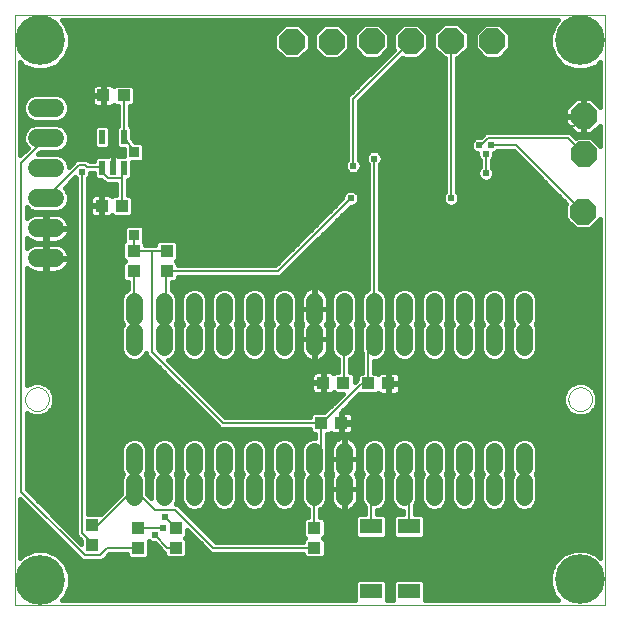
<source format=gbl>
G75*
%MOIN*%
%OFA0B0*%
%FSLAX24Y24*%
%IPPOS*%
%LPD*%
%AMOC8*
5,1,8,0,0,1.08239X$1,22.5*
%
%ADD10C,0.0000*%
%ADD11R,0.0433X0.0394*%
%ADD12R,0.0217X0.0472*%
%ADD13R,0.0748X0.0512*%
%ADD14C,0.0600*%
%ADD15R,0.0394X0.0433*%
%ADD16OC8,0.0850*%
%ADD17C,0.0554*%
%ADD18C,0.0080*%
%ADD19R,0.0356X0.0356*%
%ADD20C,0.0239*%
%ADD21C,0.0240*%
%ADD22C,0.0160*%
%ADD23C,0.1660*%
D10*
X000180Y000180D02*
X000180Y019865D01*
X019865Y019865D01*
X019865Y000180D01*
X000180Y000180D01*
X000528Y007048D02*
X000530Y007087D01*
X000536Y007126D01*
X000546Y007164D01*
X000559Y007201D01*
X000576Y007236D01*
X000596Y007270D01*
X000620Y007301D01*
X000647Y007330D01*
X000676Y007356D01*
X000708Y007379D01*
X000742Y007399D01*
X000778Y007415D01*
X000815Y007427D01*
X000854Y007436D01*
X000893Y007441D01*
X000932Y007442D01*
X000971Y007439D01*
X001010Y007432D01*
X001047Y007421D01*
X001084Y007407D01*
X001119Y007389D01*
X001152Y007368D01*
X001183Y007343D01*
X001211Y007316D01*
X001236Y007286D01*
X001258Y007253D01*
X001277Y007219D01*
X001292Y007183D01*
X001304Y007145D01*
X001312Y007107D01*
X001316Y007068D01*
X001316Y007028D01*
X001312Y006989D01*
X001304Y006951D01*
X001292Y006913D01*
X001277Y006877D01*
X001258Y006843D01*
X001236Y006810D01*
X001211Y006780D01*
X001183Y006753D01*
X001152Y006728D01*
X001119Y006707D01*
X001084Y006689D01*
X001047Y006675D01*
X001010Y006664D01*
X000971Y006657D01*
X000932Y006654D01*
X000893Y006655D01*
X000854Y006660D01*
X000815Y006669D01*
X000778Y006681D01*
X000742Y006697D01*
X000708Y006717D01*
X000676Y006740D01*
X000647Y006766D01*
X000620Y006795D01*
X000596Y006826D01*
X000576Y006860D01*
X000559Y006895D01*
X000546Y006932D01*
X000536Y006970D01*
X000530Y007009D01*
X000528Y007048D01*
X000530Y007087D01*
X000536Y007126D01*
X000546Y007164D01*
X000559Y007201D01*
X000576Y007236D01*
X000596Y007270D01*
X000620Y007301D01*
X000647Y007330D01*
X000676Y007356D01*
X000708Y007379D01*
X000742Y007399D01*
X000778Y007415D01*
X000815Y007427D01*
X000854Y007436D01*
X000893Y007441D01*
X000932Y007442D01*
X000971Y007439D01*
X001010Y007432D01*
X001047Y007421D01*
X001084Y007407D01*
X001119Y007389D01*
X001152Y007368D01*
X001183Y007343D01*
X001211Y007316D01*
X001236Y007286D01*
X001258Y007253D01*
X001277Y007219D01*
X001292Y007183D01*
X001304Y007145D01*
X001312Y007107D01*
X001316Y007068D01*
X001316Y007028D01*
X001312Y006989D01*
X001304Y006951D01*
X001292Y006913D01*
X001277Y006877D01*
X001258Y006843D01*
X001236Y006810D01*
X001211Y006780D01*
X001183Y006753D01*
X001152Y006728D01*
X001119Y006707D01*
X001084Y006689D01*
X001047Y006675D01*
X001010Y006664D01*
X000971Y006657D01*
X000932Y006654D01*
X000893Y006655D01*
X000854Y006660D01*
X000815Y006669D01*
X000778Y006681D01*
X000742Y006697D01*
X000708Y006717D01*
X000676Y006740D01*
X000647Y006766D01*
X000620Y006795D01*
X000596Y006826D01*
X000576Y006860D01*
X000559Y006895D01*
X000546Y006932D01*
X000536Y006970D01*
X000530Y007009D01*
X000528Y007048D01*
X018630Y007048D02*
X018632Y007087D01*
X018638Y007126D01*
X018648Y007164D01*
X018661Y007201D01*
X018678Y007236D01*
X018698Y007270D01*
X018722Y007301D01*
X018749Y007330D01*
X018778Y007356D01*
X018810Y007379D01*
X018844Y007399D01*
X018880Y007415D01*
X018917Y007427D01*
X018956Y007436D01*
X018995Y007441D01*
X019034Y007442D01*
X019073Y007439D01*
X019112Y007432D01*
X019149Y007421D01*
X019186Y007407D01*
X019221Y007389D01*
X019254Y007368D01*
X019285Y007343D01*
X019313Y007316D01*
X019338Y007286D01*
X019360Y007253D01*
X019379Y007219D01*
X019394Y007183D01*
X019406Y007145D01*
X019414Y007107D01*
X019418Y007068D01*
X019418Y007028D01*
X019414Y006989D01*
X019406Y006951D01*
X019394Y006913D01*
X019379Y006877D01*
X019360Y006843D01*
X019338Y006810D01*
X019313Y006780D01*
X019285Y006753D01*
X019254Y006728D01*
X019221Y006707D01*
X019186Y006689D01*
X019149Y006675D01*
X019112Y006664D01*
X019073Y006657D01*
X019034Y006654D01*
X018995Y006655D01*
X018956Y006660D01*
X018917Y006669D01*
X018880Y006681D01*
X018844Y006697D01*
X018810Y006717D01*
X018778Y006740D01*
X018749Y006766D01*
X018722Y006795D01*
X018698Y006826D01*
X018678Y006860D01*
X018661Y006895D01*
X018648Y006932D01*
X018638Y006970D01*
X018632Y007009D01*
X018630Y007048D01*
X018632Y007087D01*
X018638Y007126D01*
X018648Y007164D01*
X018661Y007201D01*
X018678Y007236D01*
X018698Y007270D01*
X018722Y007301D01*
X018749Y007330D01*
X018778Y007356D01*
X018810Y007379D01*
X018844Y007399D01*
X018880Y007415D01*
X018917Y007427D01*
X018956Y007436D01*
X018995Y007441D01*
X019034Y007442D01*
X019073Y007439D01*
X019112Y007432D01*
X019149Y007421D01*
X019186Y007407D01*
X019221Y007389D01*
X019254Y007368D01*
X019285Y007343D01*
X019313Y007316D01*
X019338Y007286D01*
X019360Y007253D01*
X019379Y007219D01*
X019394Y007183D01*
X019406Y007145D01*
X019414Y007107D01*
X019418Y007068D01*
X019418Y007028D01*
X019414Y006989D01*
X019406Y006951D01*
X019394Y006913D01*
X019379Y006877D01*
X019360Y006843D01*
X019338Y006810D01*
X019313Y006780D01*
X019285Y006753D01*
X019254Y006728D01*
X019221Y006707D01*
X019186Y006689D01*
X019149Y006675D01*
X019112Y006664D01*
X019073Y006657D01*
X019034Y006654D01*
X018995Y006655D01*
X018956Y006660D01*
X018917Y006669D01*
X018880Y006681D01*
X018844Y006697D01*
X018810Y006717D01*
X018778Y006740D01*
X018749Y006766D01*
X018722Y006795D01*
X018698Y006826D01*
X018678Y006860D01*
X018661Y006895D01*
X018648Y006932D01*
X018638Y006970D01*
X018632Y007009D01*
X018630Y007048D01*
D11*
X012631Y007574D03*
X011962Y007574D03*
X011134Y007594D03*
X010464Y007594D03*
X010393Y006254D03*
X011062Y006254D03*
X010162Y002764D03*
X010162Y002095D03*
X005544Y002097D03*
X005544Y002766D03*
X004288Y002756D03*
X004288Y002086D03*
X004146Y011319D03*
X004146Y011989D03*
X005238Y011984D03*
X005238Y011315D03*
X003752Y013494D03*
X003082Y013494D03*
X003135Y017171D03*
X003805Y017171D03*
D12*
X003833Y015790D03*
X003085Y015790D03*
X003085Y014766D03*
X003459Y014766D03*
X003833Y014766D03*
D13*
X012054Y002812D03*
X013314Y002812D03*
X013314Y000646D03*
X012054Y000646D03*
D14*
X001523Y011750D02*
X000923Y011750D01*
X000923Y012750D02*
X001523Y012750D01*
X001523Y013750D02*
X000923Y013750D01*
X000923Y014750D02*
X001523Y014750D01*
X001523Y015750D02*
X000923Y015750D01*
X000923Y016750D02*
X001523Y016750D01*
D15*
X002757Y002850D03*
X002757Y002180D03*
D16*
X019119Y013299D03*
X019147Y015215D03*
X019138Y016479D03*
X016099Y018983D03*
X014721Y019001D03*
X013374Y018976D03*
X012073Y018981D03*
X010739Y018970D03*
X009422Y018962D03*
D17*
X009162Y010326D02*
X009162Y009771D01*
X009162Y009326D02*
X009162Y008771D01*
X008162Y008771D02*
X008162Y009326D01*
X008162Y009771D02*
X008162Y010326D01*
X007162Y010326D02*
X007162Y009771D01*
X007162Y009326D02*
X007162Y008771D01*
X006162Y008771D02*
X006162Y009326D01*
X006162Y009771D02*
X006162Y010326D01*
X005162Y010326D02*
X005162Y009771D01*
X005162Y009326D02*
X005162Y008771D01*
X004162Y008771D02*
X004162Y009326D01*
X004162Y009771D02*
X004162Y010326D01*
X004162Y005326D02*
X004162Y004771D01*
X004162Y004326D02*
X004162Y003771D01*
X005162Y003771D02*
X005162Y004326D01*
X005162Y004771D02*
X005162Y005326D01*
X006162Y005326D02*
X006162Y004771D01*
X006162Y004326D02*
X006162Y003771D01*
X007162Y003771D02*
X007162Y004326D01*
X007162Y004771D02*
X007162Y005326D01*
X008162Y005326D02*
X008162Y004771D01*
X008162Y004326D02*
X008162Y003771D01*
X009162Y003771D02*
X009162Y004326D01*
X009162Y004771D02*
X009162Y005326D01*
X010162Y005326D02*
X010162Y004771D01*
X010162Y004326D02*
X010162Y003771D01*
X011162Y003771D02*
X011162Y004326D01*
X011162Y004771D02*
X011162Y005326D01*
X012162Y005326D02*
X012162Y004771D01*
X012162Y004326D02*
X012162Y003771D01*
X013162Y003771D02*
X013162Y004326D01*
X013162Y004771D02*
X013162Y005326D01*
X014162Y005326D02*
X014162Y004771D01*
X014162Y004326D02*
X014162Y003771D01*
X015162Y003771D02*
X015162Y004326D01*
X015162Y004771D02*
X015162Y005326D01*
X016162Y005326D02*
X016162Y004771D01*
X016162Y004326D02*
X016162Y003771D01*
X017162Y003771D02*
X017162Y004326D01*
X017162Y004771D02*
X017162Y005326D01*
X017162Y008771D02*
X017162Y009326D01*
X017162Y009771D02*
X017162Y010326D01*
X016162Y010326D02*
X016162Y009771D01*
X016162Y009326D02*
X016162Y008771D01*
X015162Y008771D02*
X015162Y009326D01*
X015162Y009771D02*
X015162Y010326D01*
X014162Y010326D02*
X014162Y009771D01*
X014162Y009326D02*
X014162Y008771D01*
X013162Y008771D02*
X013162Y009326D01*
X013162Y009771D02*
X013162Y010326D01*
X012162Y010326D02*
X012162Y009771D01*
X012162Y009326D02*
X012162Y008771D01*
X011162Y008771D02*
X011162Y009326D01*
X011162Y009771D02*
X011162Y010326D01*
X010162Y010326D02*
X010162Y009771D01*
X010162Y009326D02*
X010162Y008771D01*
D18*
X011140Y009020D02*
X011160Y009040D01*
X011162Y009048D01*
X011160Y009090D01*
X011160Y010040D01*
X011162Y010048D01*
X012160Y010040D02*
X012160Y009090D01*
X012162Y009048D01*
X012160Y009040D01*
X011970Y008850D01*
X011970Y007580D01*
X011962Y007574D01*
X011930Y007560D01*
X011720Y007560D01*
X010430Y006270D01*
X010393Y006254D01*
X010350Y006260D01*
X007110Y006260D01*
X004760Y008610D01*
X004760Y011990D01*
X004150Y011990D01*
X004146Y011989D01*
X004162Y012530D01*
X004760Y011990D02*
X005230Y011990D01*
X005238Y011984D01*
X005280Y011320D02*
X005238Y011315D01*
X005230Y011310D01*
X005230Y010110D01*
X005170Y010050D01*
X005162Y010048D01*
X005160Y010010D01*
X005160Y009050D01*
X005162Y009048D01*
X004162Y009048D02*
X004160Y009050D01*
X004160Y010010D01*
X004162Y010048D01*
X004160Y010050D01*
X004150Y010060D01*
X004150Y011310D01*
X004146Y011319D01*
X005280Y011320D02*
X008950Y011320D01*
X011380Y013750D01*
X012154Y013405D02*
X012160Y010090D01*
X012162Y010048D01*
X012160Y010040D01*
X011140Y009020D02*
X011140Y007600D01*
X011134Y007594D01*
X010393Y006254D02*
X010390Y006250D01*
X010390Y005270D01*
X010170Y005050D01*
X010162Y005048D01*
X010160Y005010D01*
X010160Y004090D01*
X010162Y004048D01*
X010160Y004040D01*
X010160Y002770D01*
X010162Y002764D01*
X010160Y002100D02*
X010162Y002095D01*
X010160Y002100D02*
X006800Y002100D01*
X005530Y003370D01*
X004840Y003370D01*
X004190Y004020D01*
X004162Y004048D01*
X004160Y004090D01*
X004160Y005040D01*
X004162Y005048D01*
X004162Y004048D02*
X004160Y004040D01*
X002970Y002850D01*
X002760Y002850D01*
X002757Y002850D01*
X002420Y002600D02*
X002420Y014610D01*
X002590Y014780D02*
X002520Y014850D01*
X002320Y014850D01*
X001230Y013760D01*
X001223Y013750D01*
X000380Y014910D02*
X001220Y015750D01*
X001223Y015750D01*
X000380Y014910D02*
X000380Y003970D01*
X002510Y001840D01*
X003010Y001840D01*
X003250Y002080D01*
X004280Y002080D01*
X004288Y002086D01*
X004288Y002756D02*
X004290Y002760D01*
X005120Y002760D01*
X004850Y002520D02*
X005270Y002100D01*
X005540Y002100D01*
X005544Y002097D01*
X005544Y002766D02*
X005540Y002770D01*
X005180Y003130D01*
X002750Y002270D02*
X002750Y002190D01*
X002757Y002180D01*
X002750Y002270D02*
X002420Y002600D01*
X012054Y002812D02*
X012060Y002820D01*
X012060Y003940D01*
X012160Y004040D01*
X012162Y004048D01*
X012160Y004090D01*
X012160Y005040D01*
X012162Y005048D01*
X013160Y005040D02*
X013160Y004080D01*
X013162Y004048D01*
X013170Y004040D01*
X013310Y003900D01*
X013310Y002820D01*
X013314Y002812D01*
X013160Y005040D02*
X013162Y005048D01*
X012154Y013405D02*
X012160Y015070D01*
X011460Y014830D02*
X011460Y017060D01*
X013370Y018970D01*
X013374Y018976D01*
X014720Y019000D02*
X014721Y019001D01*
X014720Y019000D02*
X014720Y013750D01*
X015880Y014580D02*
X015880Y015217D01*
X015710Y015510D02*
X015950Y015750D01*
X018610Y015750D01*
X019140Y015220D01*
X019147Y015215D01*
X018820Y016160D02*
X019130Y016470D01*
X019138Y016479D01*
X018820Y016160D02*
X015470Y016160D01*
X015660Y015510D02*
X015710Y015510D01*
X016050Y015510D02*
X016900Y015510D01*
X019110Y013300D01*
X019119Y013299D01*
X004164Y015280D02*
X003860Y015760D01*
X003833Y015790D01*
X003830Y015800D01*
X003810Y015820D01*
X003810Y017170D01*
X003805Y017171D01*
X003833Y014766D02*
X003830Y014760D01*
X003760Y014690D01*
X003760Y014410D01*
X003300Y014410D01*
X003090Y014620D01*
X003090Y014760D01*
X003085Y014766D01*
X003050Y014780D01*
X002590Y014780D01*
X003760Y014410D02*
X003760Y013500D01*
X003752Y013494D01*
D19*
X004162Y012530D03*
X004164Y015280D03*
D20*
X012160Y015070D03*
X014720Y013750D03*
D21*
X015880Y014580D03*
X015880Y015217D03*
X016050Y015510D03*
X015660Y015510D03*
X015470Y016160D03*
X011460Y014830D03*
X011380Y013750D03*
X002420Y014610D03*
X005180Y003130D03*
X005120Y002760D03*
X004850Y002520D03*
D22*
X004847Y002240D02*
X004794Y002240D01*
X004691Y002283D01*
X004664Y002310D01*
X004664Y001823D01*
X004571Y001729D01*
X004005Y001729D01*
X003911Y001823D01*
X003911Y001880D01*
X003333Y001880D01*
X003210Y001757D01*
X003093Y001640D01*
X002427Y001640D01*
X000360Y003707D01*
X000360Y001760D01*
X000469Y001869D01*
X000833Y002020D01*
X001227Y002020D01*
X001591Y001869D01*
X001869Y001591D01*
X002020Y001227D01*
X002020Y000833D01*
X001869Y000469D01*
X001760Y000360D01*
X011520Y000360D01*
X011520Y000968D01*
X011614Y001062D01*
X012495Y001062D01*
X012588Y000968D01*
X012588Y000360D01*
X012780Y000360D01*
X012780Y000968D01*
X012874Y001062D01*
X013754Y001062D01*
X013848Y000968D01*
X013848Y000360D01*
X018292Y000360D01*
X018170Y000482D01*
X018019Y000845D01*
X018019Y001239D01*
X018170Y001603D01*
X018449Y001882D01*
X018812Y002032D01*
X019206Y002032D01*
X019570Y001882D01*
X019685Y001767D01*
X019685Y013038D01*
X019361Y012714D01*
X018876Y012714D01*
X018534Y013057D01*
X018534Y013541D01*
X018560Y013567D01*
X016817Y015310D01*
X016246Y015310D01*
X016209Y015273D01*
X016160Y015252D01*
X016160Y015162D01*
X016117Y015059D01*
X016080Y015021D01*
X016080Y014776D01*
X016117Y014739D01*
X016160Y014636D01*
X016160Y014524D01*
X016117Y014421D01*
X016039Y014343D01*
X015936Y014300D01*
X015824Y014300D01*
X015721Y014343D01*
X015643Y014421D01*
X015600Y014524D01*
X015600Y014636D01*
X015643Y014739D01*
X015680Y014776D01*
X015680Y015021D01*
X015643Y015059D01*
X015600Y015162D01*
X015600Y015232D01*
X015501Y015273D01*
X015423Y015351D01*
X015380Y015454D01*
X015380Y015566D01*
X015423Y015669D01*
X015501Y015747D01*
X015604Y015790D01*
X015707Y015790D01*
X015750Y015833D01*
X015867Y015950D01*
X018693Y015950D01*
X018874Y015769D01*
X018905Y015800D01*
X019389Y015800D01*
X019685Y015504D01*
X019685Y016170D01*
X019389Y015874D01*
X019158Y015874D01*
X019158Y016459D01*
X019118Y016459D01*
X018533Y016459D01*
X018533Y016228D01*
X018888Y015874D01*
X019118Y015874D01*
X019118Y016459D01*
X019118Y016499D01*
X019118Y017084D01*
X018888Y017084D01*
X018533Y016729D01*
X018533Y016499D01*
X019118Y016499D01*
X019158Y016499D01*
X019158Y017084D01*
X019389Y017084D01*
X019685Y016787D01*
X019685Y018280D01*
X019572Y018167D01*
X019209Y018017D01*
X018815Y018017D01*
X018451Y018167D01*
X018172Y018446D01*
X018022Y018810D01*
X018022Y019203D01*
X018172Y019567D01*
X018290Y019685D01*
X001750Y019685D01*
X001870Y019566D01*
X002021Y019202D01*
X002021Y018808D01*
X001870Y018444D01*
X001592Y018166D01*
X001228Y018015D01*
X000834Y018015D01*
X000470Y018166D01*
X000360Y018276D01*
X000360Y015173D01*
X000605Y015418D01*
X000533Y015490D01*
X000463Y015659D01*
X000463Y015842D01*
X000533Y016011D01*
X000662Y016140D01*
X000831Y016210D01*
X001614Y016210D01*
X001783Y016140D01*
X001913Y016011D01*
X001983Y015842D01*
X001983Y015659D01*
X001913Y015490D01*
X001783Y015360D01*
X001614Y015290D01*
X001043Y015290D01*
X000963Y015210D01*
X001614Y015210D01*
X001783Y015140D01*
X001913Y015011D01*
X001983Y014842D01*
X001983Y014796D01*
X002237Y015050D01*
X002603Y015050D01*
X002673Y014980D01*
X002817Y014980D01*
X002817Y015069D01*
X002910Y015163D01*
X003259Y015163D01*
X003262Y015160D01*
X003281Y015170D01*
X003327Y015183D01*
X003459Y015183D01*
X003459Y014766D01*
X003459Y014766D01*
X003459Y015183D01*
X003591Y015183D01*
X003637Y015170D01*
X003655Y015160D01*
X003658Y015163D01*
X003826Y015163D01*
X003826Y015394D01*
X003658Y015394D01*
X003565Y015488D01*
X003565Y016093D01*
X003610Y016138D01*
X003610Y016814D01*
X003522Y016814D01*
X003484Y016852D01*
X003462Y016830D01*
X003421Y016806D01*
X003376Y016794D01*
X003154Y016794D01*
X003154Y017153D01*
X003117Y017153D01*
X002739Y017153D01*
X002739Y016950D01*
X002751Y016905D01*
X002775Y016864D01*
X002808Y016830D01*
X002849Y016806D01*
X002895Y016794D01*
X003117Y016794D01*
X003117Y017153D01*
X003117Y017189D01*
X002739Y017189D01*
X002739Y017392D01*
X002751Y017437D01*
X002775Y017478D01*
X002808Y017512D01*
X002849Y017536D01*
X002895Y017548D01*
X003117Y017548D01*
X003117Y017189D01*
X003154Y017189D01*
X003154Y017548D01*
X003376Y017548D01*
X003421Y017536D01*
X003462Y017512D01*
X003484Y017490D01*
X003522Y017528D01*
X004087Y017528D01*
X004181Y017434D01*
X004181Y016908D01*
X004087Y016814D01*
X004010Y016814D01*
X004010Y016184D01*
X004101Y016093D01*
X004101Y015753D01*
X004186Y015619D01*
X004408Y015619D01*
X004502Y015525D01*
X004502Y015036D01*
X004408Y014942D01*
X004101Y014942D01*
X004101Y014464D01*
X004007Y014370D01*
X003960Y014370D01*
X003960Y013851D01*
X004035Y013851D01*
X004128Y013757D01*
X004128Y013231D01*
X004035Y013137D01*
X003469Y013137D01*
X003431Y013175D01*
X003409Y013153D01*
X003368Y013129D01*
X003323Y013117D01*
X003101Y013117D01*
X003101Y013476D01*
X003064Y013476D01*
X002686Y013476D01*
X002686Y013273D01*
X002698Y013228D01*
X002722Y013187D01*
X002755Y013153D01*
X002796Y013129D01*
X002842Y013117D01*
X003064Y013117D01*
X003064Y013476D01*
X003064Y013512D01*
X002686Y013512D01*
X002686Y013715D01*
X002698Y013760D01*
X002722Y013801D01*
X002755Y013835D01*
X002796Y013859D01*
X002842Y013871D01*
X003064Y013871D01*
X003064Y013512D01*
X003101Y013512D01*
X003101Y013871D01*
X003323Y013871D01*
X003368Y013859D01*
X003409Y013835D01*
X003431Y013813D01*
X003469Y013851D01*
X003560Y013851D01*
X003560Y014210D01*
X003217Y014210D01*
X003100Y014327D01*
X003100Y014327D01*
X003057Y014370D01*
X002910Y014370D01*
X002817Y014464D01*
X002817Y014580D01*
X002700Y014580D01*
X002700Y014554D01*
X002657Y014451D01*
X002620Y014414D01*
X002620Y003226D01*
X003020Y003226D01*
X003042Y003205D01*
X003725Y003888D01*
X003725Y004412D01*
X003781Y004548D01*
X003725Y004684D01*
X003725Y005412D01*
X003792Y005573D01*
X003915Y005696D01*
X004075Y005763D01*
X004249Y005763D01*
X004410Y005696D01*
X004533Y005573D01*
X004599Y005412D01*
X004599Y004684D01*
X004543Y004548D01*
X004599Y004412D01*
X004599Y003893D01*
X004725Y003768D01*
X004725Y004412D01*
X004781Y004548D01*
X004725Y004684D01*
X004725Y005412D01*
X004792Y005573D01*
X004915Y005696D01*
X005075Y005763D01*
X005249Y005763D01*
X005410Y005696D01*
X005533Y005573D01*
X005599Y005412D01*
X005599Y004684D01*
X005543Y004548D01*
X005599Y004412D01*
X005599Y003684D01*
X005552Y003570D01*
X005613Y003570D01*
X005730Y003453D01*
X006883Y002300D01*
X009786Y002300D01*
X009786Y002358D01*
X009857Y002430D01*
X009786Y002501D01*
X009786Y003027D01*
X009879Y003121D01*
X009960Y003121D01*
X009960Y003382D01*
X009915Y003401D01*
X009792Y003524D01*
X009725Y003684D01*
X009725Y004412D01*
X009781Y004548D01*
X009725Y004684D01*
X009725Y005412D01*
X009792Y005573D01*
X009915Y005696D01*
X010075Y005763D01*
X010190Y005763D01*
X010190Y005897D01*
X010110Y005897D01*
X010017Y005990D01*
X010017Y006060D01*
X007027Y006060D01*
X006910Y006177D01*
X004560Y008527D01*
X004560Y008589D01*
X004533Y008524D01*
X004410Y008401D01*
X004249Y008334D01*
X004075Y008334D01*
X003915Y008401D01*
X003792Y008524D01*
X003725Y008684D01*
X003725Y009412D01*
X003781Y009548D01*
X003725Y009684D01*
X003725Y010412D01*
X003792Y010573D01*
X003915Y010696D01*
X003950Y010711D01*
X003950Y010962D01*
X003863Y010962D01*
X003769Y011056D01*
X003769Y011582D01*
X003841Y011654D01*
X003769Y011726D01*
X003769Y012252D01*
X003824Y012307D01*
X003824Y012775D01*
X003918Y012868D01*
X004407Y012868D01*
X004500Y012775D01*
X004500Y012286D01*
X004494Y012280D01*
X004522Y012252D01*
X004522Y012190D01*
X004861Y012190D01*
X004861Y012247D01*
X004955Y012341D01*
X005520Y012341D01*
X005614Y012247D01*
X005614Y011721D01*
X005543Y011649D01*
X005614Y011578D01*
X005614Y011520D01*
X008867Y011520D01*
X011100Y013753D01*
X011100Y013806D01*
X011143Y013909D01*
X011221Y013987D01*
X011324Y014030D01*
X011436Y014030D01*
X011539Y013987D01*
X011617Y013909D01*
X011660Y013806D01*
X011660Y013694D01*
X011617Y013591D01*
X011539Y013513D01*
X011436Y013470D01*
X011383Y013470D01*
X009033Y011120D01*
X005614Y011120D01*
X005614Y011051D01*
X005520Y010958D01*
X005430Y010958D01*
X005430Y010676D01*
X005533Y010573D01*
X005599Y010412D01*
X005599Y009684D01*
X005543Y009548D01*
X005599Y009412D01*
X005599Y008684D01*
X005533Y008524D01*
X005410Y008401D01*
X005298Y008354D01*
X007193Y006460D01*
X010017Y006460D01*
X010017Y006517D01*
X010110Y006610D01*
X010488Y006610D01*
X011114Y007237D01*
X010851Y007237D01*
X010813Y007275D01*
X010791Y007253D01*
X010750Y007229D01*
X010705Y007217D01*
X010483Y007217D01*
X010483Y007575D01*
X010446Y007575D01*
X010446Y007217D01*
X010224Y007217D01*
X010178Y007229D01*
X010137Y007253D01*
X010104Y007286D01*
X010080Y007327D01*
X010068Y007373D01*
X010068Y007575D01*
X010446Y007575D01*
X010446Y007612D01*
X010068Y007612D01*
X010068Y007814D01*
X010080Y007860D01*
X010104Y007901D01*
X010137Y007935D01*
X010178Y007958D01*
X010224Y007971D01*
X010446Y007971D01*
X010446Y007612D01*
X010483Y007612D01*
X010483Y007971D01*
X010705Y007971D01*
X010750Y007958D01*
X010791Y007935D01*
X010813Y007913D01*
X010851Y007951D01*
X010940Y007951D01*
X010940Y008390D01*
X010915Y008401D01*
X010792Y008524D01*
X010725Y008684D01*
X010725Y009412D01*
X010781Y009548D01*
X010725Y009684D01*
X010725Y010412D01*
X010792Y010573D01*
X010915Y010696D01*
X011075Y010763D01*
X011249Y010763D01*
X011410Y010696D01*
X011533Y010573D01*
X011599Y010412D01*
X011599Y009684D01*
X011543Y009548D01*
X011599Y009412D01*
X011599Y008684D01*
X011533Y008524D01*
X011410Y008401D01*
X011340Y008372D01*
X011340Y007951D01*
X011416Y007951D01*
X011510Y007857D01*
X011510Y007633D01*
X011585Y007708D01*
X011585Y007838D01*
X011679Y007931D01*
X011770Y007931D01*
X011770Y008576D01*
X011725Y008684D01*
X011725Y009412D01*
X011781Y009548D01*
X011725Y009684D01*
X011725Y010412D01*
X011792Y010573D01*
X011915Y010696D01*
X011959Y010714D01*
X011954Y013322D01*
X011953Y013323D01*
X011954Y013405D01*
X011954Y013487D01*
X011954Y013488D01*
X011959Y014875D01*
X011923Y014912D01*
X011880Y015014D01*
X011880Y015126D01*
X011923Y015228D01*
X012002Y015307D01*
X012104Y015350D01*
X012216Y015350D01*
X012318Y015307D01*
X012397Y015228D01*
X012440Y015126D01*
X012440Y015014D01*
X012397Y014912D01*
X012359Y014874D01*
X012354Y013405D01*
X012359Y010717D01*
X012410Y010696D01*
X012533Y010573D01*
X012599Y010412D01*
X012599Y009684D01*
X012543Y009548D01*
X012599Y009412D01*
X012599Y008684D01*
X012533Y008524D01*
X012410Y008401D01*
X012249Y008334D01*
X012170Y008334D01*
X012170Y007931D01*
X012245Y007931D01*
X012282Y007894D01*
X012304Y007915D01*
X012345Y007939D01*
X012391Y007951D01*
X012613Y007951D01*
X012613Y007593D01*
X012650Y007593D01*
X013028Y007593D01*
X013028Y007795D01*
X013015Y007841D01*
X012992Y007882D01*
X012958Y007915D01*
X012917Y007939D01*
X012871Y007951D01*
X012650Y007951D01*
X012650Y007593D01*
X012650Y007556D01*
X013028Y007556D01*
X013028Y007354D01*
X013015Y007308D01*
X012992Y007267D01*
X012958Y007234D01*
X012917Y007210D01*
X012871Y007198D01*
X012650Y007198D01*
X012650Y007556D01*
X012613Y007556D01*
X012613Y007198D01*
X012391Y007198D01*
X012345Y007210D01*
X012304Y007234D01*
X012282Y007255D01*
X012245Y007218D01*
X011679Y007218D01*
X011670Y007227D01*
X011044Y006601D01*
X011044Y006272D01*
X011081Y006272D01*
X011459Y006272D01*
X011459Y006474D01*
X011447Y006520D01*
X011423Y006561D01*
X011389Y006594D01*
X011348Y006618D01*
X011303Y006630D01*
X011081Y006630D01*
X011081Y006272D01*
X011081Y006235D01*
X011459Y006235D01*
X011459Y006033D01*
X011447Y005987D01*
X011423Y005946D01*
X011389Y005913D01*
X011348Y005889D01*
X011303Y005877D01*
X011081Y005877D01*
X011081Y006235D01*
X011044Y006235D01*
X011044Y005877D01*
X010822Y005877D01*
X010776Y005889D01*
X010735Y005913D01*
X010714Y005934D01*
X010676Y005897D01*
X010590Y005897D01*
X010590Y005435D01*
X010599Y005412D01*
X010599Y004684D01*
X010543Y004548D01*
X010599Y004412D01*
X010599Y003684D01*
X010533Y003524D01*
X010410Y003401D01*
X010360Y003380D01*
X010360Y003121D01*
X010445Y003121D01*
X010539Y003027D01*
X010539Y002501D01*
X010467Y002430D01*
X010539Y002358D01*
X010539Y001832D01*
X010445Y001738D01*
X009879Y001738D01*
X009786Y001832D01*
X009786Y001900D01*
X006717Y001900D01*
X005921Y002696D01*
X005921Y002503D01*
X005849Y002432D01*
X005921Y002360D01*
X005921Y001834D01*
X005827Y001740D01*
X005261Y001740D01*
X005168Y001834D01*
X005168Y001920D01*
X004847Y002240D01*
X004793Y002241D02*
X004664Y002241D01*
X004664Y002082D02*
X005005Y002082D01*
X005164Y001924D02*
X004664Y001924D01*
X004606Y001765D02*
X005236Y001765D01*
X005852Y001765D02*
X009852Y001765D01*
X010472Y001765D02*
X018332Y001765D01*
X018174Y001607D02*
X001853Y001607D01*
X001928Y001448D02*
X018106Y001448D01*
X018040Y001290D02*
X001994Y001290D01*
X002020Y001131D02*
X018019Y001131D01*
X018019Y000973D02*
X013844Y000973D01*
X013848Y000814D02*
X018032Y000814D01*
X018098Y000656D02*
X013848Y000656D01*
X013848Y000497D02*
X018164Y000497D01*
X018550Y001924D02*
X010539Y001924D01*
X010539Y002082D02*
X019685Y002082D01*
X019685Y001924D02*
X019469Y001924D01*
X019685Y002241D02*
X010539Y002241D01*
X010498Y002399D02*
X011611Y002399D01*
X011614Y002396D02*
X012495Y002396D01*
X012588Y002489D01*
X012588Y003134D01*
X012495Y003227D01*
X012260Y003227D01*
X012260Y003338D01*
X012410Y003401D01*
X012533Y003524D01*
X012599Y003684D01*
X012599Y004412D01*
X012543Y004548D01*
X012599Y004684D01*
X012599Y005412D01*
X012533Y005573D01*
X012410Y005696D01*
X012249Y005763D01*
X012075Y005763D01*
X011915Y005696D01*
X011792Y005573D01*
X011725Y005412D01*
X011725Y004684D01*
X011781Y004548D01*
X011725Y004412D01*
X011725Y003684D01*
X011792Y003524D01*
X011860Y003455D01*
X011860Y003227D01*
X011614Y003227D01*
X011520Y003134D01*
X011520Y002489D01*
X011614Y002396D01*
X011520Y002558D02*
X010539Y002558D01*
X010539Y002716D02*
X011520Y002716D01*
X011520Y002875D02*
X010539Y002875D01*
X010533Y003033D02*
X011520Y003033D01*
X011578Y003192D02*
X010360Y003192D01*
X010360Y003350D02*
X010982Y003350D01*
X010987Y003348D02*
X011055Y003325D01*
X011126Y003314D01*
X011154Y003314D01*
X011154Y004040D01*
X011171Y004040D01*
X011171Y004057D01*
X011619Y004057D01*
X011619Y004361D01*
X011608Y004433D01*
X011586Y004501D01*
X011562Y004548D01*
X011586Y004596D01*
X011608Y004664D01*
X011619Y004735D01*
X011619Y005040D01*
X011171Y005040D01*
X011171Y005057D01*
X011619Y005057D01*
X011619Y005361D01*
X011608Y005433D01*
X011586Y005501D01*
X011553Y005565D01*
X011511Y005623D01*
X011460Y005674D01*
X011402Y005717D01*
X011338Y005749D01*
X011269Y005771D01*
X011198Y005783D01*
X011171Y005783D01*
X011171Y005057D01*
X011154Y005057D01*
X011154Y005783D01*
X011126Y005783D01*
X011055Y005771D01*
X010987Y005749D01*
X010923Y005717D01*
X010864Y005674D01*
X010814Y005623D01*
X010771Y005565D01*
X010739Y005501D01*
X010716Y005433D01*
X010705Y005361D01*
X010705Y005057D01*
X011154Y005057D01*
X011154Y005040D01*
X011171Y005040D01*
X011171Y004314D01*
X011171Y004057D01*
X011154Y004057D01*
X011154Y005040D01*
X010705Y005040D01*
X010705Y004735D01*
X010716Y004664D01*
X010739Y004596D01*
X010763Y004548D01*
X010739Y004501D01*
X010716Y004433D01*
X010705Y004361D01*
X010705Y004057D01*
X011154Y004057D01*
X011154Y004040D01*
X010705Y004040D01*
X010705Y003735D01*
X010716Y003664D01*
X010739Y003596D01*
X010771Y003532D01*
X010814Y003473D01*
X010864Y003422D01*
X010923Y003380D01*
X010987Y003348D01*
X011154Y003350D02*
X011171Y003350D01*
X011171Y003314D02*
X011198Y003314D01*
X011269Y003325D01*
X011338Y003348D01*
X011402Y003380D01*
X011460Y003422D01*
X011511Y003473D01*
X011553Y003532D01*
X011586Y003596D01*
X011608Y003664D01*
X011619Y003735D01*
X011619Y004040D01*
X011171Y004040D01*
X011171Y003314D01*
X011343Y003350D02*
X011860Y003350D01*
X011807Y003509D02*
X011537Y003509D01*
X011609Y003667D02*
X011732Y003667D01*
X011725Y003826D02*
X011619Y003826D01*
X011619Y003984D02*
X011725Y003984D01*
X011725Y004143D02*
X011619Y004143D01*
X011619Y004301D02*
X011725Y004301D01*
X011745Y004460D02*
X011599Y004460D01*
X011593Y004618D02*
X011753Y004618D01*
X011725Y004777D02*
X011619Y004777D01*
X011619Y004935D02*
X011725Y004935D01*
X011725Y005094D02*
X011619Y005094D01*
X011619Y005252D02*
X011725Y005252D01*
X011725Y005411D02*
X011612Y005411D01*
X011550Y005569D02*
X011790Y005569D01*
X011990Y005728D02*
X011380Y005728D01*
X011338Y005886D02*
X019685Y005886D01*
X019685Y005728D02*
X017334Y005728D01*
X017410Y005696D02*
X017249Y005763D01*
X017075Y005763D01*
X016915Y005696D01*
X016792Y005573D01*
X016725Y005412D01*
X016725Y004684D01*
X016781Y004548D01*
X016725Y004412D01*
X016725Y003684D01*
X016792Y003524D01*
X016915Y003401D01*
X017075Y003334D01*
X017249Y003334D01*
X017410Y003401D01*
X017533Y003524D01*
X017599Y003684D01*
X017599Y004412D01*
X017543Y004548D01*
X017599Y004684D01*
X017599Y005412D01*
X017533Y005573D01*
X017410Y005696D01*
X017535Y005569D02*
X019685Y005569D01*
X019685Y005411D02*
X017599Y005411D01*
X017599Y005252D02*
X019685Y005252D01*
X019685Y005094D02*
X017599Y005094D01*
X017599Y004935D02*
X019685Y004935D01*
X019685Y004777D02*
X017599Y004777D01*
X017572Y004618D02*
X019685Y004618D01*
X019685Y004460D02*
X017580Y004460D01*
X017599Y004301D02*
X019685Y004301D01*
X019685Y004143D02*
X017599Y004143D01*
X017599Y003984D02*
X019685Y003984D01*
X019685Y003826D02*
X017599Y003826D01*
X017592Y003667D02*
X019685Y003667D01*
X019685Y003509D02*
X017518Y003509D01*
X017288Y003350D02*
X019685Y003350D01*
X019685Y003192D02*
X013790Y003192D01*
X013754Y003227D02*
X013510Y003227D01*
X013510Y003501D01*
X013533Y003524D01*
X013599Y003684D01*
X013599Y004412D01*
X013543Y004548D01*
X013599Y004684D01*
X013599Y005412D01*
X013533Y005573D01*
X013410Y005696D01*
X013249Y005763D01*
X013075Y005763D01*
X012915Y005696D01*
X012792Y005573D01*
X012725Y005412D01*
X012725Y004684D01*
X012781Y004548D01*
X012725Y004412D01*
X012725Y003684D01*
X012792Y003524D01*
X012915Y003401D01*
X013075Y003334D01*
X013110Y003334D01*
X013110Y003227D01*
X012874Y003227D01*
X012780Y003134D01*
X012780Y002489D01*
X012874Y002396D01*
X013754Y002396D01*
X013848Y002489D01*
X013848Y003134D01*
X013754Y003227D01*
X013848Y003033D02*
X019685Y003033D01*
X019685Y002875D02*
X013848Y002875D01*
X013848Y002716D02*
X019685Y002716D01*
X019685Y002558D02*
X013848Y002558D01*
X013758Y002399D02*
X019685Y002399D01*
X017037Y003350D02*
X016288Y003350D01*
X016249Y003334D02*
X016410Y003401D01*
X016533Y003524D01*
X016599Y003684D01*
X016599Y004412D01*
X016543Y004548D01*
X016599Y004684D01*
X016599Y005412D01*
X016533Y005573D01*
X016410Y005696D01*
X016249Y005763D01*
X016075Y005763D01*
X015915Y005696D01*
X015792Y005573D01*
X015725Y005412D01*
X015725Y004684D01*
X015781Y004548D01*
X015725Y004412D01*
X015725Y003684D01*
X015792Y003524D01*
X015915Y003401D01*
X016075Y003334D01*
X016249Y003334D01*
X016037Y003350D02*
X015288Y003350D01*
X015249Y003334D02*
X015410Y003401D01*
X015533Y003524D01*
X015599Y003684D01*
X015599Y004412D01*
X015543Y004548D01*
X015599Y004684D01*
X015599Y005412D01*
X015533Y005573D01*
X015410Y005696D01*
X015249Y005763D01*
X015075Y005763D01*
X014915Y005696D01*
X014792Y005573D01*
X014725Y005412D01*
X014725Y004684D01*
X014781Y004548D01*
X014725Y004412D01*
X014725Y003684D01*
X014792Y003524D01*
X014915Y003401D01*
X015075Y003334D01*
X015249Y003334D01*
X015037Y003350D02*
X014288Y003350D01*
X014249Y003334D02*
X014410Y003401D01*
X014533Y003524D01*
X014599Y003684D01*
X014599Y004412D01*
X014543Y004548D01*
X014599Y004684D01*
X014599Y005412D01*
X014533Y005573D01*
X014410Y005696D01*
X014249Y005763D01*
X014075Y005763D01*
X013915Y005696D01*
X013792Y005573D01*
X013725Y005412D01*
X013725Y004684D01*
X013781Y004548D01*
X013725Y004412D01*
X013725Y003684D01*
X013792Y003524D01*
X013915Y003401D01*
X014075Y003334D01*
X014249Y003334D01*
X014037Y003350D02*
X013510Y003350D01*
X013518Y003509D02*
X013807Y003509D01*
X013732Y003667D02*
X013592Y003667D01*
X013599Y003826D02*
X013725Y003826D01*
X013725Y003984D02*
X013599Y003984D01*
X013599Y004143D02*
X013725Y004143D01*
X013725Y004301D02*
X013599Y004301D01*
X013580Y004460D02*
X013745Y004460D01*
X013753Y004618D02*
X013572Y004618D01*
X013599Y004777D02*
X013725Y004777D01*
X013725Y004935D02*
X013599Y004935D01*
X013599Y005094D02*
X013725Y005094D01*
X013725Y005252D02*
X013599Y005252D01*
X013599Y005411D02*
X013725Y005411D01*
X013790Y005569D02*
X013535Y005569D01*
X013334Y005728D02*
X013990Y005728D01*
X014334Y005728D02*
X014990Y005728D01*
X014790Y005569D02*
X014535Y005569D01*
X014599Y005411D02*
X014725Y005411D01*
X014725Y005252D02*
X014599Y005252D01*
X014599Y005094D02*
X014725Y005094D01*
X014725Y004935D02*
X014599Y004935D01*
X014599Y004777D02*
X014725Y004777D01*
X014753Y004618D02*
X014572Y004618D01*
X014580Y004460D02*
X014745Y004460D01*
X014725Y004301D02*
X014599Y004301D01*
X014599Y004143D02*
X014725Y004143D01*
X014725Y003984D02*
X014599Y003984D01*
X014599Y003826D02*
X014725Y003826D01*
X014732Y003667D02*
X014592Y003667D01*
X014518Y003509D02*
X014807Y003509D01*
X015518Y003509D02*
X015807Y003509D01*
X015732Y003667D02*
X015592Y003667D01*
X015599Y003826D02*
X015725Y003826D01*
X015725Y003984D02*
X015599Y003984D01*
X015599Y004143D02*
X015725Y004143D01*
X015725Y004301D02*
X015599Y004301D01*
X015580Y004460D02*
X015745Y004460D01*
X015753Y004618D02*
X015572Y004618D01*
X015599Y004777D02*
X015725Y004777D01*
X015725Y004935D02*
X015599Y004935D01*
X015599Y005094D02*
X015725Y005094D01*
X015725Y005252D02*
X015599Y005252D01*
X015599Y005411D02*
X015725Y005411D01*
X015790Y005569D02*
X015535Y005569D01*
X015334Y005728D02*
X015990Y005728D01*
X016334Y005728D02*
X016990Y005728D01*
X016790Y005569D02*
X016535Y005569D01*
X016599Y005411D02*
X016725Y005411D01*
X016725Y005252D02*
X016599Y005252D01*
X016599Y005094D02*
X016725Y005094D01*
X016725Y004935D02*
X016599Y004935D01*
X016599Y004777D02*
X016725Y004777D01*
X016753Y004618D02*
X016572Y004618D01*
X016580Y004460D02*
X016745Y004460D01*
X016725Y004301D02*
X016599Y004301D01*
X016599Y004143D02*
X016725Y004143D01*
X016725Y003984D02*
X016599Y003984D01*
X016599Y003826D02*
X016725Y003826D01*
X016732Y003667D02*
X016592Y003667D01*
X016518Y003509D02*
X016807Y003509D01*
X018700Y006562D02*
X018910Y006475D01*
X019139Y006475D01*
X019349Y006562D01*
X019511Y006723D01*
X019598Y006934D01*
X019598Y007162D01*
X019511Y007373D01*
X019349Y007535D01*
X019139Y007622D01*
X018910Y007622D01*
X018700Y007535D01*
X018538Y007373D01*
X018451Y007162D01*
X018451Y006934D01*
X018538Y006723D01*
X018700Y006562D01*
X018801Y006520D02*
X011447Y006520D01*
X011459Y006362D02*
X019685Y006362D01*
X019685Y006520D02*
X019248Y006520D01*
X019466Y006679D02*
X019685Y006679D01*
X019685Y006837D02*
X019558Y006837D01*
X019598Y006996D02*
X019685Y006996D01*
X019685Y007154D02*
X019598Y007154D01*
X019536Y007313D02*
X019685Y007313D01*
X019685Y007471D02*
X019413Y007471D01*
X019685Y007630D02*
X013028Y007630D01*
X013028Y007788D02*
X019685Y007788D01*
X019685Y007947D02*
X012889Y007947D01*
X012650Y007947D02*
X012613Y007947D01*
X012613Y007788D02*
X012650Y007788D01*
X012650Y007630D02*
X012613Y007630D01*
X012613Y007471D02*
X012650Y007471D01*
X012650Y007313D02*
X012613Y007313D01*
X013017Y007313D02*
X018513Y007313D01*
X018451Y007154D02*
X011597Y007154D01*
X011438Y006996D02*
X018451Y006996D01*
X018491Y006837D02*
X011280Y006837D01*
X011121Y006679D02*
X018583Y006679D01*
X018636Y007471D02*
X013028Y007471D01*
X012373Y007947D02*
X012170Y007947D01*
X012170Y008105D02*
X019685Y008105D01*
X019685Y008264D02*
X012170Y008264D01*
X012431Y008422D02*
X012893Y008422D01*
X012915Y008401D02*
X013075Y008334D01*
X013249Y008334D01*
X013410Y008401D01*
X013533Y008524D01*
X013599Y008684D01*
X013599Y009412D01*
X013543Y009548D01*
X013599Y009684D01*
X013599Y010412D01*
X013533Y010573D01*
X013410Y010696D01*
X013249Y010763D01*
X013075Y010763D01*
X012915Y010696D01*
X012792Y010573D01*
X012725Y010412D01*
X012725Y009684D01*
X012781Y009548D01*
X012725Y009412D01*
X012725Y008684D01*
X012792Y008524D01*
X012915Y008401D01*
X012768Y008581D02*
X012556Y008581D01*
X012599Y008739D02*
X012725Y008739D01*
X012725Y008898D02*
X012599Y008898D01*
X012599Y009056D02*
X012725Y009056D01*
X012725Y009215D02*
X012599Y009215D01*
X012599Y009373D02*
X012725Y009373D01*
X012774Y009532D02*
X012550Y009532D01*
X012599Y009690D02*
X012725Y009690D01*
X012725Y009849D02*
X012599Y009849D01*
X012599Y010007D02*
X012725Y010007D01*
X012725Y010166D02*
X012599Y010166D01*
X012599Y010324D02*
X012725Y010324D01*
X012754Y010483D02*
X012570Y010483D01*
X012465Y010641D02*
X012860Y010641D01*
X012359Y010800D02*
X019685Y010800D01*
X019685Y010958D02*
X012358Y010958D01*
X012358Y011117D02*
X019685Y011117D01*
X019685Y011275D02*
X012358Y011275D01*
X012357Y011434D02*
X019685Y011434D01*
X019685Y011592D02*
X012357Y011592D01*
X012357Y011751D02*
X019685Y011751D01*
X019685Y011909D02*
X012357Y011909D01*
X012356Y012068D02*
X019685Y012068D01*
X019685Y012226D02*
X012356Y012226D01*
X012356Y012385D02*
X019685Y012385D01*
X019685Y012543D02*
X012355Y012543D01*
X012355Y012702D02*
X019685Y012702D01*
X019685Y012860D02*
X019507Y012860D01*
X019666Y013019D02*
X019685Y013019D01*
X018730Y012860D02*
X012355Y012860D01*
X012354Y013019D02*
X018572Y013019D01*
X018534Y013177D02*
X012354Y013177D01*
X012354Y013336D02*
X018534Y013336D01*
X018534Y013494D02*
X014833Y013494D01*
X014878Y013513D02*
X014776Y013470D01*
X014664Y013470D01*
X014562Y013513D01*
X014483Y013592D01*
X014440Y013694D01*
X014440Y013806D01*
X014483Y013908D01*
X014520Y013945D01*
X014520Y018416D01*
X014479Y018416D01*
X014136Y018759D01*
X014136Y019244D01*
X014479Y019586D01*
X014963Y019586D01*
X015306Y019244D01*
X015306Y018759D01*
X014963Y018416D01*
X014920Y018416D01*
X014920Y013945D01*
X014957Y013908D01*
X015000Y013806D01*
X015000Y013694D01*
X014957Y013592D01*
X014878Y013513D01*
X014982Y013653D02*
X018475Y013653D01*
X018316Y013811D02*
X014997Y013811D01*
X014920Y013970D02*
X018158Y013970D01*
X017999Y014128D02*
X014920Y014128D01*
X014920Y014287D02*
X017841Y014287D01*
X017682Y014445D02*
X016127Y014445D01*
X016160Y014604D02*
X017524Y014604D01*
X017365Y014762D02*
X016094Y014762D01*
X016080Y014921D02*
X017207Y014921D01*
X017048Y015079D02*
X016126Y015079D01*
X016160Y015238D02*
X016890Y015238D01*
X015680Y014921D02*
X014920Y014921D01*
X014920Y015079D02*
X015634Y015079D01*
X015586Y015238D02*
X014920Y015238D01*
X014920Y015396D02*
X015404Y015396D01*
X015380Y015555D02*
X014920Y015555D01*
X014920Y015713D02*
X015467Y015713D01*
X015789Y015872D02*
X014920Y015872D01*
X014920Y016030D02*
X018731Y016030D01*
X018771Y015872D02*
X019685Y015872D01*
X019685Y016030D02*
X019545Y016030D01*
X019476Y015713D02*
X019685Y015713D01*
X019685Y015555D02*
X019635Y015555D01*
X019158Y016030D02*
X019118Y016030D01*
X019118Y016189D02*
X019158Y016189D01*
X019158Y016347D02*
X019118Y016347D01*
X019118Y016506D02*
X019158Y016506D01*
X019158Y016664D02*
X019118Y016664D01*
X019118Y016823D02*
X019158Y016823D01*
X019158Y016981D02*
X019118Y016981D01*
X018785Y016981D02*
X014920Y016981D01*
X014920Y016823D02*
X018626Y016823D01*
X018533Y016664D02*
X014920Y016664D01*
X014920Y016506D02*
X018533Y016506D01*
X018533Y016347D02*
X014920Y016347D01*
X014920Y016189D02*
X018573Y016189D01*
X019491Y016981D02*
X019685Y016981D01*
X019685Y016823D02*
X019650Y016823D01*
X019685Y017140D02*
X014920Y017140D01*
X014920Y017298D02*
X019685Y017298D01*
X019685Y017457D02*
X014920Y017457D01*
X014920Y017615D02*
X019685Y017615D01*
X019685Y017774D02*
X014920Y017774D01*
X014920Y017932D02*
X019685Y017932D01*
X019685Y018091D02*
X019387Y018091D01*
X019654Y018249D02*
X019685Y018249D01*
X018636Y018091D02*
X014920Y018091D01*
X014920Y018249D02*
X018369Y018249D01*
X018211Y018408D02*
X016351Y018408D01*
X016342Y018398D02*
X016684Y018741D01*
X016684Y019225D01*
X016342Y019568D01*
X015857Y019568D01*
X015514Y019225D01*
X015514Y018741D01*
X015857Y018398D01*
X016342Y018398D01*
X016510Y018566D02*
X018123Y018566D01*
X018057Y018725D02*
X016668Y018725D01*
X016684Y018883D02*
X018022Y018883D01*
X018022Y019042D02*
X016684Y019042D01*
X016684Y019200D02*
X018022Y019200D01*
X018086Y019359D02*
X016551Y019359D01*
X016393Y019517D02*
X018152Y019517D01*
X018281Y019676D02*
X001760Y019676D01*
X001890Y019517D02*
X009149Y019517D01*
X009179Y019547D02*
X008837Y019204D01*
X008837Y018720D01*
X009179Y018377D01*
X009664Y018377D01*
X010007Y018720D01*
X010007Y019204D01*
X009664Y019547D01*
X009179Y019547D01*
X008991Y019359D02*
X001956Y019359D01*
X002021Y019200D02*
X008837Y019200D01*
X008837Y019042D02*
X002021Y019042D01*
X002021Y018883D02*
X008837Y018883D01*
X008837Y018725D02*
X001986Y018725D01*
X001920Y018566D02*
X008990Y018566D01*
X009149Y018408D02*
X001833Y018408D01*
X001675Y018249D02*
X012366Y018249D01*
X012315Y018396D02*
X012658Y018739D01*
X012658Y019224D01*
X012315Y019566D01*
X011831Y019566D01*
X011488Y019224D01*
X011488Y018739D01*
X011831Y018396D01*
X012315Y018396D01*
X012326Y018408D02*
X012525Y018408D01*
X012485Y018566D02*
X012683Y018566D01*
X012643Y018725D02*
X012798Y018725D01*
X012789Y018734D02*
X012820Y018703D01*
X011260Y017143D01*
X011260Y015026D01*
X011223Y014989D01*
X011180Y014886D01*
X011180Y014774D01*
X011223Y014671D01*
X011301Y014593D01*
X011404Y014550D01*
X011516Y014550D01*
X011619Y014593D01*
X011697Y014671D01*
X011740Y014774D01*
X011740Y014886D01*
X011697Y014989D01*
X011660Y015026D01*
X011660Y016977D01*
X013103Y018420D01*
X013131Y018391D01*
X013616Y018391D01*
X013959Y018734D01*
X013959Y019219D01*
X013616Y019561D01*
X013131Y019561D01*
X012789Y019219D01*
X012789Y018734D01*
X012789Y018883D02*
X012658Y018883D01*
X012658Y019042D02*
X012789Y019042D01*
X012789Y019200D02*
X012658Y019200D01*
X012523Y019359D02*
X012929Y019359D01*
X013087Y019517D02*
X012365Y019517D01*
X011781Y019517D02*
X011019Y019517D01*
X010981Y019555D02*
X010496Y019555D01*
X010154Y019213D01*
X010154Y018728D01*
X010496Y018385D01*
X010981Y018385D01*
X011324Y018728D01*
X011324Y019213D01*
X010981Y019555D01*
X011178Y019359D02*
X011623Y019359D01*
X011488Y019200D02*
X011324Y019200D01*
X011324Y019042D02*
X011488Y019042D01*
X011488Y018883D02*
X011324Y018883D01*
X011320Y018725D02*
X011503Y018725D01*
X011661Y018566D02*
X011162Y018566D01*
X011003Y018408D02*
X011820Y018408D01*
X012208Y018091D02*
X001410Y018091D01*
X000651Y018091D02*
X000360Y018091D01*
X000360Y018249D02*
X000387Y018249D01*
X000360Y017932D02*
X012049Y017932D01*
X011891Y017774D02*
X000360Y017774D01*
X000360Y017615D02*
X011732Y017615D01*
X011574Y017457D02*
X004159Y017457D01*
X004181Y017298D02*
X011415Y017298D01*
X011260Y017140D02*
X004181Y017140D01*
X004181Y016981D02*
X011260Y016981D01*
X011260Y016823D02*
X004096Y016823D01*
X004010Y016664D02*
X011260Y016664D01*
X011260Y016506D02*
X004010Y016506D01*
X004010Y016347D02*
X011260Y016347D01*
X011260Y016189D02*
X004010Y016189D01*
X004101Y016030D02*
X011260Y016030D01*
X011260Y015872D02*
X004101Y015872D01*
X004127Y015713D02*
X011260Y015713D01*
X011260Y015555D02*
X004472Y015555D01*
X004502Y015396D02*
X011260Y015396D01*
X011260Y015238D02*
X004502Y015238D01*
X004502Y015079D02*
X011260Y015079D01*
X011194Y014921D02*
X004101Y014921D01*
X004101Y014762D02*
X011185Y014762D01*
X011290Y014604D02*
X004101Y014604D01*
X004082Y014445D02*
X011958Y014445D01*
X011957Y014287D02*
X003960Y014287D01*
X003960Y014128D02*
X011956Y014128D01*
X011956Y013970D02*
X011556Y013970D01*
X011658Y013811D02*
X011955Y013811D01*
X011955Y013653D02*
X011643Y013653D01*
X011494Y013494D02*
X011954Y013494D01*
X011953Y013336D02*
X011248Y013336D01*
X011090Y013177D02*
X011954Y013177D01*
X011954Y013019D02*
X010931Y013019D01*
X010773Y012860D02*
X011955Y012860D01*
X011955Y012702D02*
X010614Y012702D01*
X010456Y012543D02*
X011955Y012543D01*
X011956Y012385D02*
X010297Y012385D01*
X010139Y012226D02*
X011956Y012226D01*
X011956Y012068D02*
X009980Y012068D01*
X009822Y011909D02*
X011957Y011909D01*
X011957Y011751D02*
X009663Y011751D01*
X009505Y011592D02*
X011957Y011592D01*
X011957Y011434D02*
X009346Y011434D01*
X009188Y011275D02*
X011958Y011275D01*
X011958Y011117D02*
X005614Y011117D01*
X005521Y010958D02*
X011958Y010958D01*
X011959Y010800D02*
X005430Y010800D01*
X005465Y010641D02*
X005860Y010641D01*
X005915Y010696D02*
X005792Y010573D01*
X005725Y010412D01*
X005725Y009684D01*
X005781Y009548D01*
X005725Y009412D01*
X005725Y008684D01*
X005792Y008524D01*
X005915Y008401D01*
X006075Y008334D01*
X006249Y008334D01*
X006410Y008401D01*
X006533Y008524D01*
X006599Y008684D01*
X006599Y009412D01*
X006543Y009548D01*
X006599Y009684D01*
X006599Y010412D01*
X006533Y010573D01*
X006410Y010696D01*
X006249Y010763D01*
X006075Y010763D01*
X005915Y010696D01*
X005754Y010483D02*
X005570Y010483D01*
X005599Y010324D02*
X005725Y010324D01*
X005725Y010166D02*
X005599Y010166D01*
X005599Y010007D02*
X005725Y010007D01*
X005725Y009849D02*
X005599Y009849D01*
X005599Y009690D02*
X005725Y009690D01*
X005774Y009532D02*
X005550Y009532D01*
X005599Y009373D02*
X005725Y009373D01*
X005725Y009215D02*
X005599Y009215D01*
X005599Y009056D02*
X005725Y009056D01*
X005725Y008898D02*
X005599Y008898D01*
X005599Y008739D02*
X005725Y008739D01*
X005768Y008581D02*
X005556Y008581D01*
X005431Y008422D02*
X005893Y008422D01*
X005548Y008105D02*
X010940Y008105D01*
X010940Y008264D02*
X005389Y008264D01*
X005141Y007947D02*
X002620Y007947D01*
X002620Y008105D02*
X004982Y008105D01*
X004824Y008264D02*
X002620Y008264D01*
X002620Y008422D02*
X003893Y008422D01*
X003768Y008581D02*
X002620Y008581D01*
X002620Y008739D02*
X003725Y008739D01*
X003725Y008898D02*
X002620Y008898D01*
X002620Y009056D02*
X003725Y009056D01*
X003725Y009215D02*
X002620Y009215D01*
X002620Y009373D02*
X003725Y009373D01*
X003774Y009532D02*
X002620Y009532D01*
X002620Y009690D02*
X003725Y009690D01*
X003725Y009849D02*
X002620Y009849D01*
X002620Y010007D02*
X003725Y010007D01*
X003725Y010166D02*
X002620Y010166D01*
X002620Y010324D02*
X003725Y010324D01*
X003754Y010483D02*
X002620Y010483D01*
X002620Y010641D02*
X003860Y010641D01*
X003950Y010800D02*
X002620Y010800D01*
X002620Y010958D02*
X003950Y010958D01*
X003769Y011117D02*
X002620Y011117D01*
X002620Y011275D02*
X003769Y011275D01*
X003769Y011434D02*
X002620Y011434D01*
X002620Y011592D02*
X003779Y011592D01*
X003769Y011751D02*
X002620Y011751D01*
X002620Y011909D02*
X003769Y011909D01*
X003769Y012068D02*
X002620Y012068D01*
X002620Y012226D02*
X003769Y012226D01*
X003824Y012385D02*
X002620Y012385D01*
X002620Y012543D02*
X003824Y012543D01*
X003824Y012702D02*
X002620Y012702D01*
X002620Y012860D02*
X003910Y012860D01*
X004074Y013177D02*
X010524Y013177D01*
X010366Y013019D02*
X002620Y013019D01*
X002620Y013177D02*
X002731Y013177D01*
X002686Y013336D02*
X002620Y013336D01*
X002620Y013494D02*
X003064Y013494D01*
X003064Y013336D02*
X003101Y013336D01*
X003101Y013177D02*
X003064Y013177D01*
X003064Y013653D02*
X003101Y013653D01*
X003101Y013811D02*
X003064Y013811D01*
X002732Y013811D02*
X002620Y013811D01*
X002620Y013653D02*
X002686Y013653D01*
X002620Y013970D02*
X003560Y013970D01*
X003560Y014128D02*
X002620Y014128D01*
X002620Y014287D02*
X003141Y014287D01*
X002835Y014445D02*
X002651Y014445D01*
X002220Y014414D02*
X002220Y002517D01*
X002337Y002400D01*
X002400Y002337D01*
X002400Y002232D01*
X000580Y004053D01*
X000580Y006579D01*
X000597Y006562D01*
X000808Y006475D01*
X001036Y006475D01*
X001247Y006562D01*
X001408Y006723D01*
X001496Y006934D01*
X001496Y007162D01*
X001408Y007373D01*
X001247Y007535D01*
X001036Y007622D01*
X000808Y007622D01*
X000597Y007535D01*
X000580Y007518D01*
X000580Y011414D01*
X000610Y011384D01*
X000671Y011340D01*
X000739Y011305D01*
X000810Y011282D01*
X000885Y011270D01*
X001203Y011270D01*
X001203Y011730D01*
X001243Y011730D01*
X001243Y011270D01*
X001561Y011270D01*
X001635Y011282D01*
X001707Y011305D01*
X001774Y011340D01*
X001836Y011384D01*
X001889Y011438D01*
X001933Y011499D01*
X001968Y011566D01*
X001991Y011638D01*
X002003Y011713D01*
X002003Y011730D01*
X001243Y011730D01*
X001243Y011770D01*
X002003Y011770D01*
X002003Y011788D01*
X001991Y011863D01*
X001968Y011935D01*
X001933Y012002D01*
X001889Y012063D01*
X001836Y012116D01*
X001774Y012161D01*
X001707Y012195D01*
X001635Y012218D01*
X001561Y012230D01*
X001243Y012230D01*
X001243Y011770D01*
X001203Y011770D01*
X001203Y012230D01*
X000885Y012230D01*
X000810Y012218D01*
X000739Y012195D01*
X000671Y012161D01*
X000610Y012116D01*
X000580Y012086D01*
X000580Y012414D01*
X000610Y012384D01*
X000671Y012340D01*
X000739Y012305D01*
X000810Y012282D01*
X000885Y012270D01*
X001203Y012270D01*
X001203Y012730D01*
X001243Y012730D01*
X001243Y012270D01*
X001561Y012270D01*
X001635Y012282D01*
X001707Y012305D01*
X001774Y012340D01*
X001836Y012384D01*
X001889Y012438D01*
X001933Y012499D01*
X001968Y012566D01*
X001991Y012638D01*
X002003Y012713D01*
X002003Y012730D01*
X001243Y012730D01*
X001243Y012770D01*
X002003Y012770D01*
X002003Y012788D01*
X001991Y012863D01*
X001968Y012935D01*
X001933Y013002D01*
X001889Y013063D01*
X001836Y013116D01*
X001774Y013161D01*
X001707Y013195D01*
X001635Y013218D01*
X001561Y013230D01*
X001243Y013230D01*
X001243Y012770D01*
X001203Y012770D01*
X001203Y013230D01*
X000885Y013230D01*
X000810Y013218D01*
X000739Y013195D01*
X000671Y013161D01*
X000610Y013116D01*
X000580Y013086D01*
X000580Y013443D01*
X000662Y013360D01*
X000831Y013290D01*
X001614Y013290D01*
X001783Y013360D01*
X001913Y013490D01*
X001983Y013659D01*
X001983Y013842D01*
X001913Y014011D01*
X001838Y014085D01*
X002193Y014441D01*
X002220Y014414D01*
X002220Y014287D02*
X002039Y014287D01*
X001881Y014128D02*
X002220Y014128D01*
X002220Y013970D02*
X001930Y013970D01*
X001983Y013811D02*
X002220Y013811D01*
X002220Y013653D02*
X001980Y013653D01*
X001915Y013494D02*
X002220Y013494D01*
X002220Y013336D02*
X001723Y013336D01*
X001743Y013177D02*
X002220Y013177D01*
X002220Y013019D02*
X001921Y013019D01*
X001991Y012860D02*
X002220Y012860D01*
X002220Y012702D02*
X002001Y012702D01*
X001956Y012543D02*
X002220Y012543D01*
X002220Y012385D02*
X001836Y012385D01*
X001884Y012068D02*
X002220Y012068D01*
X002220Y012226D02*
X001588Y012226D01*
X001243Y012226D02*
X001203Y012226D01*
X001203Y012068D02*
X001243Y012068D01*
X001243Y011909D02*
X001203Y011909D01*
X001243Y011751D02*
X002220Y011751D01*
X002220Y011909D02*
X001976Y011909D01*
X001976Y011592D02*
X002220Y011592D01*
X002220Y011434D02*
X001885Y011434D01*
X001590Y011275D02*
X002220Y011275D01*
X002220Y011117D02*
X000580Y011117D01*
X000580Y011275D02*
X000855Y011275D01*
X001203Y011275D02*
X001243Y011275D01*
X001243Y011434D02*
X001203Y011434D01*
X001203Y011592D02*
X001243Y011592D01*
X000858Y012226D02*
X000580Y012226D01*
X000580Y012385D02*
X000610Y012385D01*
X001203Y012385D02*
X001243Y012385D01*
X001243Y012543D02*
X001203Y012543D01*
X001203Y012702D02*
X001243Y012702D01*
X001243Y012860D02*
X001203Y012860D01*
X001203Y013019D02*
X001243Y013019D01*
X001243Y013177D02*
X001203Y013177D01*
X000703Y013177D02*
X000580Y013177D01*
X000580Y013336D02*
X000722Y013336D01*
X001950Y014921D02*
X002108Y014921D01*
X001845Y015079D02*
X002827Y015079D01*
X002910Y015394D02*
X003259Y015394D01*
X003353Y015488D01*
X003353Y016093D01*
X003259Y016186D01*
X002910Y016186D01*
X002817Y016093D01*
X002817Y015488D01*
X002910Y015394D01*
X002908Y015396D02*
X001819Y015396D01*
X001940Y015555D02*
X002817Y015555D01*
X002817Y015713D02*
X001983Y015713D01*
X001971Y015872D02*
X002817Y015872D01*
X002817Y016030D02*
X001894Y016030D01*
X001667Y016189D02*
X003610Y016189D01*
X003610Y016347D02*
X001751Y016347D01*
X001783Y016360D02*
X001913Y016490D01*
X001983Y016659D01*
X001983Y016842D01*
X001913Y017011D01*
X001783Y017140D01*
X001614Y017210D01*
X000831Y017210D01*
X000662Y017140D01*
X000533Y017011D01*
X000463Y016842D01*
X000463Y016659D01*
X000533Y016490D01*
X000662Y016360D01*
X000831Y016290D01*
X001614Y016290D01*
X001783Y016360D01*
X001919Y016506D02*
X003610Y016506D01*
X003610Y016664D02*
X001983Y016664D01*
X001983Y016823D02*
X002821Y016823D01*
X002739Y016981D02*
X001925Y016981D01*
X001784Y017140D02*
X002739Y017140D01*
X002739Y017298D02*
X000360Y017298D01*
X000360Y017140D02*
X000662Y017140D01*
X000521Y016981D02*
X000360Y016981D01*
X000360Y016823D02*
X000463Y016823D01*
X000463Y016664D02*
X000360Y016664D01*
X000360Y016506D02*
X000526Y016506D01*
X000360Y016347D02*
X000694Y016347D01*
X000779Y016189D02*
X000360Y016189D01*
X000360Y016030D02*
X000552Y016030D01*
X000475Y015872D02*
X000360Y015872D01*
X000360Y015713D02*
X000463Y015713D01*
X000506Y015555D02*
X000360Y015555D01*
X000360Y015396D02*
X000583Y015396D01*
X000425Y015238D02*
X000360Y015238D01*
X000990Y015238D02*
X003826Y015238D01*
X003656Y015396D02*
X003261Y015396D01*
X003353Y015555D02*
X003565Y015555D01*
X003565Y015713D02*
X003353Y015713D01*
X003353Y015872D02*
X003565Y015872D01*
X003565Y016030D02*
X003353Y016030D01*
X003449Y016823D02*
X003513Y016823D01*
X003154Y016823D02*
X003117Y016823D01*
X003117Y016981D02*
X003154Y016981D01*
X003154Y017140D02*
X003117Y017140D01*
X003117Y017298D02*
X003154Y017298D01*
X003154Y017457D02*
X003117Y017457D01*
X002762Y017457D02*
X000360Y017457D01*
X003459Y015079D02*
X003459Y015079D01*
X003459Y014921D02*
X003459Y014921D01*
X003960Y013970D02*
X011204Y013970D01*
X011102Y013811D02*
X004074Y013811D01*
X004128Y013653D02*
X011000Y013653D01*
X010841Y013494D02*
X004128Y013494D01*
X004128Y013336D02*
X010683Y013336D01*
X010207Y012860D02*
X004415Y012860D01*
X004500Y012702D02*
X010049Y012702D01*
X009890Y012543D02*
X004500Y012543D01*
X004500Y012385D02*
X009732Y012385D01*
X009573Y012226D02*
X005614Y012226D01*
X005614Y012068D02*
X009415Y012068D01*
X009256Y011909D02*
X005614Y011909D01*
X005614Y011751D02*
X009098Y011751D01*
X008939Y011592D02*
X005600Y011592D01*
X004861Y012226D02*
X004522Y012226D01*
X006465Y010641D02*
X006860Y010641D01*
X006915Y010696D02*
X006792Y010573D01*
X006725Y010412D01*
X006725Y009684D01*
X006781Y009548D01*
X006725Y009412D01*
X006725Y008684D01*
X006792Y008524D01*
X006915Y008401D01*
X007075Y008334D01*
X007249Y008334D01*
X007410Y008401D01*
X007533Y008524D01*
X007599Y008684D01*
X007599Y009412D01*
X007543Y009548D01*
X007599Y009684D01*
X007599Y010412D01*
X007533Y010573D01*
X007410Y010696D01*
X007249Y010763D01*
X007075Y010763D01*
X006915Y010696D01*
X006754Y010483D02*
X006570Y010483D01*
X006599Y010324D02*
X006725Y010324D01*
X006725Y010166D02*
X006599Y010166D01*
X006599Y010007D02*
X006725Y010007D01*
X006725Y009849D02*
X006599Y009849D01*
X006599Y009690D02*
X006725Y009690D01*
X006774Y009532D02*
X006550Y009532D01*
X006599Y009373D02*
X006725Y009373D01*
X006725Y009215D02*
X006599Y009215D01*
X006599Y009056D02*
X006725Y009056D01*
X006725Y008898D02*
X006599Y008898D01*
X006599Y008739D02*
X006725Y008739D01*
X006768Y008581D02*
X006556Y008581D01*
X006431Y008422D02*
X006893Y008422D01*
X007431Y008422D02*
X007893Y008422D01*
X007915Y008401D02*
X008075Y008334D01*
X008249Y008334D01*
X008410Y008401D01*
X008533Y008524D01*
X008599Y008684D01*
X008599Y009412D01*
X008543Y009548D01*
X008599Y009684D01*
X008599Y010412D01*
X008533Y010573D01*
X008410Y010696D01*
X008249Y010763D01*
X008075Y010763D01*
X007915Y010696D01*
X007792Y010573D01*
X007725Y010412D01*
X007725Y009684D01*
X007781Y009548D01*
X007725Y009412D01*
X007725Y008684D01*
X007792Y008524D01*
X007915Y008401D01*
X007768Y008581D02*
X007556Y008581D01*
X007599Y008739D02*
X007725Y008739D01*
X007725Y008898D02*
X007599Y008898D01*
X007599Y009056D02*
X007725Y009056D01*
X007725Y009215D02*
X007599Y009215D01*
X007599Y009373D02*
X007725Y009373D01*
X007774Y009532D02*
X007550Y009532D01*
X007599Y009690D02*
X007725Y009690D01*
X007725Y009849D02*
X007599Y009849D01*
X007599Y010007D02*
X007725Y010007D01*
X007725Y010166D02*
X007599Y010166D01*
X007599Y010324D02*
X007725Y010324D01*
X007754Y010483D02*
X007570Y010483D01*
X007465Y010641D02*
X007860Y010641D01*
X008465Y010641D02*
X008860Y010641D01*
X008915Y010696D02*
X008792Y010573D01*
X008725Y010412D01*
X008725Y009684D01*
X008781Y009548D01*
X008725Y009412D01*
X008725Y008684D01*
X008792Y008524D01*
X008915Y008401D01*
X009075Y008334D01*
X009249Y008334D01*
X009410Y008401D01*
X009533Y008524D01*
X009599Y008684D01*
X009599Y009412D01*
X009543Y009548D01*
X009599Y009684D01*
X009599Y010412D01*
X009533Y010573D01*
X009410Y010696D01*
X009249Y010763D01*
X009075Y010763D01*
X008915Y010696D01*
X008754Y010483D02*
X008570Y010483D01*
X008599Y010324D02*
X008725Y010324D01*
X008725Y010166D02*
X008599Y010166D01*
X008599Y010007D02*
X008725Y010007D01*
X008725Y009849D02*
X008599Y009849D01*
X008599Y009690D02*
X008725Y009690D01*
X008774Y009532D02*
X008550Y009532D01*
X008599Y009373D02*
X008725Y009373D01*
X008725Y009215D02*
X008599Y009215D01*
X008599Y009056D02*
X008725Y009056D01*
X008725Y008898D02*
X008599Y008898D01*
X008599Y008739D02*
X008725Y008739D01*
X008768Y008581D02*
X008556Y008581D01*
X008431Y008422D02*
X008893Y008422D01*
X009431Y008422D02*
X009865Y008422D01*
X009864Y008422D02*
X009923Y008380D01*
X009987Y008348D01*
X010055Y008325D01*
X010126Y008314D01*
X010154Y008314D01*
X010154Y009040D01*
X010171Y009040D01*
X010171Y009057D01*
X010619Y009057D01*
X010619Y009361D01*
X010608Y009433D01*
X010586Y009501D01*
X010562Y009548D01*
X010586Y009596D01*
X010608Y009664D01*
X010619Y009735D01*
X010619Y010040D01*
X010171Y010040D01*
X010171Y010057D01*
X010619Y010057D01*
X010619Y010361D01*
X010608Y010433D01*
X010586Y010501D01*
X010553Y010565D01*
X010511Y010623D01*
X010460Y010674D01*
X010402Y010717D01*
X010338Y010749D01*
X010269Y010771D01*
X010198Y010783D01*
X010171Y010783D01*
X010171Y010057D01*
X010154Y010057D01*
X010154Y010783D01*
X010126Y010783D01*
X010055Y010771D01*
X009987Y010749D01*
X009923Y010717D01*
X009864Y010674D01*
X009814Y010623D01*
X009771Y010565D01*
X009739Y010501D01*
X009716Y010433D01*
X009705Y010361D01*
X009705Y010057D01*
X010154Y010057D01*
X010154Y010040D01*
X010171Y010040D01*
X010171Y009057D01*
X010154Y009057D01*
X010154Y009314D01*
X010154Y010040D01*
X009705Y010040D01*
X009705Y009735D01*
X009716Y009664D01*
X009739Y009596D01*
X009763Y009548D01*
X009739Y009501D01*
X009716Y009433D01*
X009705Y009361D01*
X009705Y009057D01*
X010154Y009057D01*
X010154Y009040D01*
X009705Y009040D01*
X009705Y008735D01*
X009716Y008664D01*
X009739Y008596D01*
X009771Y008532D01*
X009814Y008473D01*
X009864Y008422D01*
X009746Y008581D02*
X009556Y008581D01*
X009599Y008739D02*
X009705Y008739D01*
X009705Y008898D02*
X009599Y008898D01*
X009599Y009056D02*
X010154Y009056D01*
X010171Y009056D02*
X010725Y009056D01*
X010619Y009040D02*
X010171Y009040D01*
X010171Y008314D01*
X010198Y008314D01*
X010269Y008325D01*
X010338Y008348D01*
X010402Y008380D01*
X010460Y008422D01*
X010511Y008473D01*
X010553Y008532D01*
X010586Y008596D01*
X010608Y008664D01*
X010619Y008735D01*
X010619Y009040D01*
X010619Y008898D02*
X010725Y008898D01*
X010725Y008739D02*
X010619Y008739D01*
X010578Y008581D02*
X010768Y008581D01*
X010893Y008422D02*
X010459Y008422D01*
X010171Y008422D02*
X010154Y008422D01*
X010154Y008581D02*
X010171Y008581D01*
X010154Y008739D02*
X010171Y008739D01*
X010154Y008898D02*
X010171Y008898D01*
X010154Y009215D02*
X010171Y009215D01*
X010154Y009373D02*
X010171Y009373D01*
X010154Y009532D02*
X010171Y009532D01*
X010154Y009690D02*
X010171Y009690D01*
X010154Y009849D02*
X010171Y009849D01*
X010154Y010007D02*
X010171Y010007D01*
X010154Y010166D02*
X010171Y010166D01*
X010154Y010324D02*
X010171Y010324D01*
X010154Y010483D02*
X010171Y010483D01*
X010154Y010641D02*
X010171Y010641D01*
X009831Y010641D02*
X009465Y010641D01*
X009570Y010483D02*
X009733Y010483D01*
X009705Y010324D02*
X009599Y010324D01*
X009599Y010166D02*
X009705Y010166D01*
X009705Y010007D02*
X009599Y010007D01*
X009599Y009849D02*
X009705Y009849D01*
X009712Y009690D02*
X009599Y009690D01*
X009550Y009532D02*
X009754Y009532D01*
X009707Y009373D02*
X009599Y009373D01*
X009599Y009215D02*
X009705Y009215D01*
X010619Y009215D02*
X010725Y009215D01*
X010725Y009373D02*
X010618Y009373D01*
X010570Y009532D02*
X010774Y009532D01*
X010725Y009690D02*
X010612Y009690D01*
X010619Y009849D02*
X010725Y009849D01*
X010725Y010007D02*
X010619Y010007D01*
X010619Y010166D02*
X010725Y010166D01*
X010725Y010324D02*
X010619Y010324D01*
X010592Y010483D02*
X010754Y010483D01*
X010860Y010641D02*
X010493Y010641D01*
X011465Y010641D02*
X011860Y010641D01*
X011754Y010483D02*
X011570Y010483D01*
X011599Y010324D02*
X011725Y010324D01*
X011725Y010166D02*
X011599Y010166D01*
X011599Y010007D02*
X011725Y010007D01*
X011725Y009849D02*
X011599Y009849D01*
X011599Y009690D02*
X011725Y009690D01*
X011774Y009532D02*
X011550Y009532D01*
X011599Y009373D02*
X011725Y009373D01*
X011725Y009215D02*
X011599Y009215D01*
X011599Y009056D02*
X011725Y009056D01*
X011725Y008898D02*
X011599Y008898D01*
X011599Y008739D02*
X011725Y008739D01*
X011768Y008581D02*
X011556Y008581D01*
X011431Y008422D02*
X011770Y008422D01*
X011770Y008264D02*
X011340Y008264D01*
X011340Y008105D02*
X011770Y008105D01*
X011770Y007947D02*
X011421Y007947D01*
X011510Y007788D02*
X011585Y007788D01*
X010847Y007947D02*
X010771Y007947D01*
X010483Y007947D02*
X010446Y007947D01*
X010446Y007788D02*
X010483Y007788D01*
X010483Y007630D02*
X010446Y007630D01*
X010446Y007471D02*
X010483Y007471D01*
X010483Y007313D02*
X010446Y007313D01*
X010089Y007313D02*
X006340Y007313D01*
X006182Y007471D02*
X010068Y007471D01*
X010068Y007630D02*
X006023Y007630D01*
X005865Y007788D02*
X010068Y007788D01*
X010158Y007947D02*
X005706Y007947D01*
X005458Y007630D02*
X002620Y007630D01*
X002620Y007788D02*
X005299Y007788D01*
X005616Y007471D02*
X002620Y007471D01*
X002620Y007313D02*
X005775Y007313D01*
X005933Y007154D02*
X002620Y007154D01*
X002620Y006996D02*
X006092Y006996D01*
X006250Y006837D02*
X002620Y006837D01*
X002620Y006679D02*
X006409Y006679D01*
X006567Y006520D02*
X002620Y006520D01*
X002620Y006362D02*
X006726Y006362D01*
X006884Y006203D02*
X002620Y006203D01*
X002620Y006045D02*
X010017Y006045D01*
X010190Y005886D02*
X002620Y005886D01*
X002620Y005728D02*
X003990Y005728D01*
X003790Y005569D02*
X002620Y005569D01*
X002620Y005411D02*
X003725Y005411D01*
X003725Y005252D02*
X002620Y005252D01*
X002620Y005094D02*
X003725Y005094D01*
X003725Y004935D02*
X002620Y004935D01*
X002620Y004777D02*
X003725Y004777D01*
X003753Y004618D02*
X002620Y004618D01*
X002620Y004460D02*
X003745Y004460D01*
X003725Y004301D02*
X002620Y004301D01*
X002620Y004143D02*
X003725Y004143D01*
X003725Y003984D02*
X002620Y003984D01*
X002620Y003826D02*
X003663Y003826D01*
X003504Y003667D02*
X002620Y003667D01*
X002620Y003509D02*
X003346Y003509D01*
X003187Y003350D02*
X002620Y003350D01*
X002220Y003350D02*
X001283Y003350D01*
X001441Y003192D02*
X002220Y003192D01*
X002220Y003033D02*
X001600Y003033D01*
X001758Y002875D02*
X002220Y002875D01*
X002220Y002716D02*
X001917Y002716D01*
X002075Y002558D02*
X002220Y002558D01*
X002234Y002399D02*
X002338Y002399D01*
X002392Y002241D02*
X002400Y002241D01*
X002144Y001924D02*
X001460Y001924D01*
X001695Y001765D02*
X002302Y001765D01*
X001985Y002082D02*
X000360Y002082D01*
X000360Y001924D02*
X000600Y001924D01*
X000365Y001765D02*
X000360Y001765D01*
X000360Y002241D02*
X001827Y002241D01*
X001668Y002399D02*
X000360Y002399D01*
X000360Y002558D02*
X001510Y002558D01*
X001351Y002716D02*
X000360Y002716D01*
X000360Y002875D02*
X001193Y002875D01*
X001034Y003033D02*
X000360Y003033D01*
X000360Y003192D02*
X000876Y003192D01*
X000717Y003350D02*
X000360Y003350D01*
X000360Y003509D02*
X000559Y003509D01*
X000400Y003667D02*
X000360Y003667D01*
X000649Y003984D02*
X002220Y003984D01*
X002220Y003826D02*
X000807Y003826D01*
X000966Y003667D02*
X002220Y003667D01*
X002220Y003509D02*
X001124Y003509D01*
X000580Y004143D02*
X002220Y004143D01*
X002220Y004301D02*
X000580Y004301D01*
X000580Y004460D02*
X002220Y004460D01*
X002220Y004618D02*
X000580Y004618D01*
X000580Y004777D02*
X002220Y004777D01*
X002220Y004935D02*
X000580Y004935D01*
X000580Y005094D02*
X002220Y005094D01*
X002220Y005252D02*
X000580Y005252D01*
X000580Y005411D02*
X002220Y005411D01*
X002220Y005569D02*
X000580Y005569D01*
X000580Y005728D02*
X002220Y005728D01*
X002220Y005886D02*
X000580Y005886D01*
X000580Y006045D02*
X002220Y006045D01*
X002220Y006203D02*
X000580Y006203D01*
X000580Y006362D02*
X002220Y006362D01*
X002220Y006520D02*
X001146Y006520D01*
X001364Y006679D02*
X002220Y006679D01*
X002220Y006837D02*
X001456Y006837D01*
X001496Y006996D02*
X002220Y006996D01*
X002220Y007154D02*
X001496Y007154D01*
X001434Y007313D02*
X002220Y007313D01*
X002220Y007471D02*
X001311Y007471D01*
X000580Y007630D02*
X002220Y007630D01*
X002220Y007788D02*
X000580Y007788D01*
X000580Y007947D02*
X002220Y007947D01*
X002220Y008105D02*
X000580Y008105D01*
X000580Y008264D02*
X002220Y008264D01*
X002220Y008422D02*
X000580Y008422D01*
X000580Y008581D02*
X002220Y008581D01*
X002220Y008739D02*
X000580Y008739D01*
X000580Y008898D02*
X002220Y008898D01*
X002220Y009056D02*
X000580Y009056D01*
X000580Y009215D02*
X002220Y009215D01*
X002220Y009373D02*
X000580Y009373D01*
X000580Y009532D02*
X002220Y009532D01*
X002220Y009690D02*
X000580Y009690D01*
X000580Y009849D02*
X002220Y009849D01*
X002220Y010007D02*
X000580Y010007D01*
X000580Y010166D02*
X002220Y010166D01*
X002220Y010324D02*
X000580Y010324D01*
X000580Y010483D02*
X002220Y010483D01*
X002220Y010641D02*
X000580Y010641D01*
X000580Y010800D02*
X002220Y010800D01*
X002220Y010958D02*
X000580Y010958D01*
X004431Y008422D02*
X004665Y008422D01*
X004560Y008581D02*
X004556Y008581D01*
X006499Y007154D02*
X011031Y007154D01*
X010873Y006996D02*
X006657Y006996D01*
X006816Y006837D02*
X010714Y006837D01*
X010556Y006679D02*
X006974Y006679D01*
X007133Y006520D02*
X010020Y006520D01*
X010590Y005886D02*
X010787Y005886D01*
X010944Y005728D02*
X010590Y005728D01*
X010590Y005569D02*
X010774Y005569D01*
X010713Y005411D02*
X010599Y005411D01*
X010599Y005252D02*
X010705Y005252D01*
X010705Y005094D02*
X010599Y005094D01*
X010599Y004935D02*
X010705Y004935D01*
X010705Y004777D02*
X010599Y004777D01*
X010572Y004618D02*
X010731Y004618D01*
X010725Y004460D02*
X010580Y004460D01*
X010599Y004301D02*
X010705Y004301D01*
X010705Y004143D02*
X010599Y004143D01*
X010599Y003984D02*
X010705Y003984D01*
X010705Y003826D02*
X010599Y003826D01*
X010592Y003667D02*
X010716Y003667D01*
X010788Y003509D02*
X010518Y003509D01*
X009960Y003350D02*
X009288Y003350D01*
X009249Y003334D02*
X009410Y003401D01*
X009533Y003524D01*
X009599Y003684D01*
X009599Y004412D01*
X009543Y004548D01*
X009599Y004684D01*
X009599Y005412D01*
X009533Y005573D01*
X009410Y005696D01*
X009249Y005763D01*
X009075Y005763D01*
X008915Y005696D01*
X008792Y005573D01*
X008725Y005412D01*
X008725Y004684D01*
X008781Y004548D01*
X008725Y004412D01*
X008725Y003684D01*
X008792Y003524D01*
X008915Y003401D01*
X009075Y003334D01*
X009249Y003334D01*
X009037Y003350D02*
X008288Y003350D01*
X008249Y003334D02*
X008410Y003401D01*
X008533Y003524D01*
X008599Y003684D01*
X008599Y004412D01*
X008543Y004548D01*
X008599Y004684D01*
X008599Y005412D01*
X008533Y005573D01*
X008410Y005696D01*
X008249Y005763D01*
X008075Y005763D01*
X007915Y005696D01*
X007792Y005573D01*
X007725Y005412D01*
X007725Y004684D01*
X007781Y004548D01*
X007725Y004412D01*
X007725Y003684D01*
X007792Y003524D01*
X007915Y003401D01*
X008075Y003334D01*
X008249Y003334D01*
X008037Y003350D02*
X007288Y003350D01*
X007249Y003334D02*
X007410Y003401D01*
X007533Y003524D01*
X007599Y003684D01*
X007599Y004412D01*
X007543Y004548D01*
X007599Y004684D01*
X007599Y005412D01*
X007533Y005573D01*
X007410Y005696D01*
X007249Y005763D01*
X007075Y005763D01*
X006915Y005696D01*
X006792Y005573D01*
X006725Y005412D01*
X006725Y004684D01*
X006781Y004548D01*
X006725Y004412D01*
X006725Y003684D01*
X006792Y003524D01*
X006915Y003401D01*
X007075Y003334D01*
X007249Y003334D01*
X007037Y003350D02*
X006288Y003350D01*
X006249Y003334D02*
X006410Y003401D01*
X006533Y003524D01*
X006599Y003684D01*
X006599Y004412D01*
X006543Y004548D01*
X006599Y004684D01*
X006599Y005412D01*
X006533Y005573D01*
X006410Y005696D01*
X006249Y005763D01*
X006075Y005763D01*
X005915Y005696D01*
X005792Y005573D01*
X005725Y005412D01*
X005725Y004684D01*
X005781Y004548D01*
X005725Y004412D01*
X005725Y003684D01*
X005792Y003524D01*
X005915Y003401D01*
X006075Y003334D01*
X006249Y003334D01*
X006037Y003350D02*
X005833Y003350D01*
X005807Y003509D02*
X005674Y003509D01*
X005732Y003667D02*
X005592Y003667D01*
X005599Y003826D02*
X005725Y003826D01*
X005725Y003984D02*
X005599Y003984D01*
X005599Y004143D02*
X005725Y004143D01*
X005725Y004301D02*
X005599Y004301D01*
X005580Y004460D02*
X005745Y004460D01*
X005753Y004618D02*
X005572Y004618D01*
X005599Y004777D02*
X005725Y004777D01*
X005725Y004935D02*
X005599Y004935D01*
X005599Y005094D02*
X005725Y005094D01*
X005725Y005252D02*
X005599Y005252D01*
X005599Y005411D02*
X005725Y005411D01*
X005790Y005569D02*
X005535Y005569D01*
X005334Y005728D02*
X005990Y005728D01*
X006334Y005728D02*
X006990Y005728D01*
X006790Y005569D02*
X006535Y005569D01*
X006599Y005411D02*
X006725Y005411D01*
X006725Y005252D02*
X006599Y005252D01*
X006599Y005094D02*
X006725Y005094D01*
X006725Y004935D02*
X006599Y004935D01*
X006599Y004777D02*
X006725Y004777D01*
X006753Y004618D02*
X006572Y004618D01*
X006580Y004460D02*
X006745Y004460D01*
X006725Y004301D02*
X006599Y004301D01*
X006599Y004143D02*
X006725Y004143D01*
X006725Y003984D02*
X006599Y003984D01*
X006599Y003826D02*
X006725Y003826D01*
X006732Y003667D02*
X006592Y003667D01*
X006518Y003509D02*
X006807Y003509D01*
X006308Y002875D02*
X009786Y002875D01*
X009791Y003033D02*
X006150Y003033D01*
X005991Y003192D02*
X009960Y003192D01*
X009807Y003509D02*
X009518Y003509D01*
X009592Y003667D02*
X009732Y003667D01*
X009725Y003826D02*
X009599Y003826D01*
X009599Y003984D02*
X009725Y003984D01*
X009725Y004143D02*
X009599Y004143D01*
X009599Y004301D02*
X009725Y004301D01*
X009745Y004460D02*
X009580Y004460D01*
X009572Y004618D02*
X009753Y004618D01*
X009725Y004777D02*
X009599Y004777D01*
X009599Y004935D02*
X009725Y004935D01*
X009725Y005094D02*
X009599Y005094D01*
X009599Y005252D02*
X009725Y005252D01*
X009725Y005411D02*
X009599Y005411D01*
X009535Y005569D02*
X009790Y005569D01*
X009990Y005728D02*
X009334Y005728D01*
X008990Y005728D02*
X008334Y005728D01*
X008535Y005569D02*
X008790Y005569D01*
X008725Y005411D02*
X008599Y005411D01*
X008599Y005252D02*
X008725Y005252D01*
X008725Y005094D02*
X008599Y005094D01*
X008599Y004935D02*
X008725Y004935D01*
X008725Y004777D02*
X008599Y004777D01*
X008572Y004618D02*
X008753Y004618D01*
X008745Y004460D02*
X008580Y004460D01*
X008599Y004301D02*
X008725Y004301D01*
X008725Y004143D02*
X008599Y004143D01*
X008599Y003984D02*
X008725Y003984D01*
X008725Y003826D02*
X008599Y003826D01*
X008592Y003667D02*
X008732Y003667D01*
X008807Y003509D02*
X008518Y003509D01*
X007807Y003509D02*
X007518Y003509D01*
X007592Y003667D02*
X007732Y003667D01*
X007725Y003826D02*
X007599Y003826D01*
X007599Y003984D02*
X007725Y003984D01*
X007725Y004143D02*
X007599Y004143D01*
X007599Y004301D02*
X007725Y004301D01*
X007745Y004460D02*
X007580Y004460D01*
X007572Y004618D02*
X007753Y004618D01*
X007725Y004777D02*
X007599Y004777D01*
X007599Y004935D02*
X007725Y004935D01*
X007725Y005094D02*
X007599Y005094D01*
X007599Y005252D02*
X007725Y005252D01*
X007725Y005411D02*
X007599Y005411D01*
X007535Y005569D02*
X007790Y005569D01*
X007990Y005728D02*
X007334Y005728D01*
X004990Y005728D02*
X004334Y005728D01*
X004535Y005569D02*
X004790Y005569D01*
X004725Y005411D02*
X004599Y005411D01*
X004599Y005252D02*
X004725Y005252D01*
X004725Y005094D02*
X004599Y005094D01*
X004599Y004935D02*
X004725Y004935D01*
X004725Y004777D02*
X004599Y004777D01*
X004572Y004618D02*
X004753Y004618D01*
X004745Y004460D02*
X004580Y004460D01*
X004599Y004301D02*
X004725Y004301D01*
X004725Y004143D02*
X004599Y004143D01*
X004599Y003984D02*
X004725Y003984D01*
X004725Y003826D02*
X004667Y003826D01*
X005921Y002558D02*
X006060Y002558D01*
X006218Y002399D02*
X005882Y002399D01*
X005921Y002241D02*
X006377Y002241D01*
X006535Y002082D02*
X005921Y002082D01*
X005921Y001924D02*
X006694Y001924D01*
X006784Y002399D02*
X009827Y002399D01*
X009786Y002558D02*
X006625Y002558D01*
X006467Y002716D02*
X009786Y002716D01*
X011154Y003509D02*
X011171Y003509D01*
X011154Y003667D02*
X011171Y003667D01*
X011154Y003826D02*
X011171Y003826D01*
X011154Y003984D02*
X011171Y003984D01*
X011154Y004143D02*
X011171Y004143D01*
X011154Y004301D02*
X011171Y004301D01*
X011154Y004460D02*
X011171Y004460D01*
X011154Y004618D02*
X011171Y004618D01*
X011154Y004777D02*
X011171Y004777D01*
X011154Y004935D02*
X011171Y004935D01*
X011154Y005094D02*
X011171Y005094D01*
X011154Y005252D02*
X011171Y005252D01*
X011154Y005411D02*
X011171Y005411D01*
X011154Y005569D02*
X011171Y005569D01*
X011154Y005728D02*
X011171Y005728D01*
X011081Y005886D02*
X011044Y005886D01*
X011044Y006045D02*
X011081Y006045D01*
X011081Y006203D02*
X011044Y006203D01*
X011044Y006362D02*
X011081Y006362D01*
X011081Y006520D02*
X011044Y006520D01*
X011459Y006203D02*
X019685Y006203D01*
X019685Y006045D02*
X011459Y006045D01*
X012334Y005728D02*
X012990Y005728D01*
X012790Y005569D02*
X012535Y005569D01*
X012599Y005411D02*
X012725Y005411D01*
X012725Y005252D02*
X012599Y005252D01*
X012599Y005094D02*
X012725Y005094D01*
X012725Y004935D02*
X012599Y004935D01*
X012599Y004777D02*
X012725Y004777D01*
X012753Y004618D02*
X012572Y004618D01*
X012580Y004460D02*
X012745Y004460D01*
X012725Y004301D02*
X012599Y004301D01*
X012599Y004143D02*
X012725Y004143D01*
X012725Y003984D02*
X012599Y003984D01*
X012599Y003826D02*
X012725Y003826D01*
X012732Y003667D02*
X012592Y003667D01*
X012518Y003509D02*
X012807Y003509D01*
X013037Y003350D02*
X012288Y003350D01*
X012531Y003192D02*
X012838Y003192D01*
X012780Y003033D02*
X012588Y003033D01*
X012588Y002875D02*
X012780Y002875D01*
X012780Y002716D02*
X012588Y002716D01*
X012588Y002558D02*
X012780Y002558D01*
X012870Y002399D02*
X012498Y002399D01*
X012584Y000973D02*
X012784Y000973D01*
X012780Y000814D02*
X012588Y000814D01*
X012588Y000656D02*
X012780Y000656D01*
X012780Y000497D02*
X012588Y000497D01*
X011520Y000497D02*
X001881Y000497D01*
X001946Y000656D02*
X011520Y000656D01*
X011520Y000814D02*
X002012Y000814D01*
X002020Y000973D02*
X011524Y000973D01*
X013431Y008422D02*
X013893Y008422D01*
X013915Y008401D02*
X014075Y008334D01*
X014249Y008334D01*
X014410Y008401D01*
X014533Y008524D01*
X014599Y008684D01*
X014599Y009412D01*
X014543Y009548D01*
X014599Y009684D01*
X014599Y010412D01*
X014533Y010573D01*
X014410Y010696D01*
X014249Y010763D01*
X014075Y010763D01*
X013915Y010696D01*
X013792Y010573D01*
X013725Y010412D01*
X013725Y009684D01*
X013781Y009548D01*
X013725Y009412D01*
X013725Y008684D01*
X013792Y008524D01*
X013915Y008401D01*
X013768Y008581D02*
X013556Y008581D01*
X013599Y008739D02*
X013725Y008739D01*
X013725Y008898D02*
X013599Y008898D01*
X013599Y009056D02*
X013725Y009056D01*
X013725Y009215D02*
X013599Y009215D01*
X013599Y009373D02*
X013725Y009373D01*
X013774Y009532D02*
X013550Y009532D01*
X013599Y009690D02*
X013725Y009690D01*
X013725Y009849D02*
X013599Y009849D01*
X013599Y010007D02*
X013725Y010007D01*
X013725Y010166D02*
X013599Y010166D01*
X013599Y010324D02*
X013725Y010324D01*
X013754Y010483D02*
X013570Y010483D01*
X013465Y010641D02*
X013860Y010641D01*
X014465Y010641D02*
X014860Y010641D01*
X014915Y010696D02*
X014792Y010573D01*
X014725Y010412D01*
X014725Y009684D01*
X014781Y009548D01*
X014725Y009412D01*
X014725Y008684D01*
X014792Y008524D01*
X014915Y008401D01*
X015075Y008334D01*
X015249Y008334D01*
X015410Y008401D01*
X015533Y008524D01*
X015599Y008684D01*
X015599Y009412D01*
X015543Y009548D01*
X015599Y009684D01*
X015599Y010412D01*
X015533Y010573D01*
X015410Y010696D01*
X015249Y010763D01*
X015075Y010763D01*
X014915Y010696D01*
X014754Y010483D02*
X014570Y010483D01*
X014599Y010324D02*
X014725Y010324D01*
X014725Y010166D02*
X014599Y010166D01*
X014599Y010007D02*
X014725Y010007D01*
X014725Y009849D02*
X014599Y009849D01*
X014599Y009690D02*
X014725Y009690D01*
X014774Y009532D02*
X014550Y009532D01*
X014599Y009373D02*
X014725Y009373D01*
X014725Y009215D02*
X014599Y009215D01*
X014599Y009056D02*
X014725Y009056D01*
X014725Y008898D02*
X014599Y008898D01*
X014599Y008739D02*
X014725Y008739D01*
X014768Y008581D02*
X014556Y008581D01*
X014431Y008422D02*
X014893Y008422D01*
X015431Y008422D02*
X015893Y008422D01*
X015915Y008401D02*
X016075Y008334D01*
X016249Y008334D01*
X016410Y008401D01*
X016533Y008524D01*
X016599Y008684D01*
X016599Y009412D01*
X016543Y009548D01*
X016599Y009684D01*
X016599Y010412D01*
X016533Y010573D01*
X016410Y010696D01*
X016249Y010763D01*
X016075Y010763D01*
X015915Y010696D01*
X015792Y010573D01*
X015725Y010412D01*
X015725Y009684D01*
X015781Y009548D01*
X015725Y009412D01*
X015725Y008684D01*
X015792Y008524D01*
X015915Y008401D01*
X015768Y008581D02*
X015556Y008581D01*
X015599Y008739D02*
X015725Y008739D01*
X015725Y008898D02*
X015599Y008898D01*
X015599Y009056D02*
X015725Y009056D01*
X015725Y009215D02*
X015599Y009215D01*
X015599Y009373D02*
X015725Y009373D01*
X015774Y009532D02*
X015550Y009532D01*
X015599Y009690D02*
X015725Y009690D01*
X015725Y009849D02*
X015599Y009849D01*
X015599Y010007D02*
X015725Y010007D01*
X015725Y010166D02*
X015599Y010166D01*
X015599Y010324D02*
X015725Y010324D01*
X015754Y010483D02*
X015570Y010483D01*
X015465Y010641D02*
X015860Y010641D01*
X016465Y010641D02*
X016860Y010641D01*
X016915Y010696D02*
X016792Y010573D01*
X016725Y010412D01*
X016725Y009684D01*
X016781Y009548D01*
X016725Y009412D01*
X016725Y008684D01*
X016792Y008524D01*
X016915Y008401D01*
X017075Y008334D01*
X017249Y008334D01*
X017410Y008401D01*
X017533Y008524D01*
X017599Y008684D01*
X017599Y009412D01*
X017543Y009548D01*
X017599Y009684D01*
X017599Y010412D01*
X017533Y010573D01*
X017410Y010696D01*
X017249Y010763D01*
X017075Y010763D01*
X016915Y010696D01*
X016754Y010483D02*
X016570Y010483D01*
X016599Y010324D02*
X016725Y010324D01*
X016725Y010166D02*
X016599Y010166D01*
X016599Y010007D02*
X016725Y010007D01*
X016725Y009849D02*
X016599Y009849D01*
X016599Y009690D02*
X016725Y009690D01*
X016774Y009532D02*
X016550Y009532D01*
X016599Y009373D02*
X016725Y009373D01*
X016725Y009215D02*
X016599Y009215D01*
X016599Y009056D02*
X016725Y009056D01*
X016725Y008898D02*
X016599Y008898D01*
X016599Y008739D02*
X016725Y008739D01*
X016768Y008581D02*
X016556Y008581D01*
X016431Y008422D02*
X016893Y008422D01*
X017431Y008422D02*
X019685Y008422D01*
X019685Y008581D02*
X017556Y008581D01*
X017599Y008739D02*
X019685Y008739D01*
X019685Y008898D02*
X017599Y008898D01*
X017599Y009056D02*
X019685Y009056D01*
X019685Y009215D02*
X017599Y009215D01*
X017599Y009373D02*
X019685Y009373D01*
X019685Y009532D02*
X017550Y009532D01*
X017599Y009690D02*
X019685Y009690D01*
X019685Y009849D02*
X017599Y009849D01*
X017599Y010007D02*
X019685Y010007D01*
X019685Y010166D02*
X017599Y010166D01*
X017599Y010324D02*
X019685Y010324D01*
X019685Y010483D02*
X017570Y010483D01*
X017465Y010641D02*
X019685Y010641D01*
X015666Y014762D02*
X014920Y014762D01*
X014920Y014604D02*
X015600Y014604D01*
X015633Y014445D02*
X014920Y014445D01*
X014520Y014445D02*
X012358Y014445D01*
X012357Y014287D02*
X014520Y014287D01*
X014520Y014128D02*
X012356Y014128D01*
X012356Y013970D02*
X014520Y013970D01*
X014443Y013811D02*
X012355Y013811D01*
X012355Y013653D02*
X014458Y013653D01*
X014607Y013494D02*
X012354Y013494D01*
X012358Y014604D02*
X014520Y014604D01*
X014520Y014762D02*
X012359Y014762D01*
X012401Y014921D02*
X014520Y014921D01*
X014520Y015079D02*
X012440Y015079D01*
X012388Y015238D02*
X014520Y015238D01*
X014520Y015396D02*
X011660Y015396D01*
X011660Y015238D02*
X011932Y015238D01*
X011880Y015079D02*
X011660Y015079D01*
X011726Y014921D02*
X011919Y014921D01*
X011959Y014762D02*
X011735Y014762D01*
X011630Y014604D02*
X011958Y014604D01*
X011660Y015555D02*
X014520Y015555D01*
X014520Y015713D02*
X011660Y015713D01*
X011660Y015872D02*
X014520Y015872D01*
X014520Y016030D02*
X011660Y016030D01*
X011660Y016189D02*
X014520Y016189D01*
X014520Y016347D02*
X011660Y016347D01*
X011660Y016506D02*
X014520Y016506D01*
X014520Y016664D02*
X011660Y016664D01*
X011660Y016823D02*
X014520Y016823D01*
X014520Y016981D02*
X011664Y016981D01*
X011822Y017140D02*
X014520Y017140D01*
X014520Y017298D02*
X011981Y017298D01*
X012139Y017457D02*
X014520Y017457D01*
X014520Y017615D02*
X012298Y017615D01*
X012456Y017774D02*
X014520Y017774D01*
X014520Y017932D02*
X012615Y017932D01*
X012773Y018091D02*
X014520Y018091D01*
X014520Y018249D02*
X012932Y018249D01*
X013090Y018408D02*
X013115Y018408D01*
X013632Y018408D02*
X014520Y018408D01*
X014329Y018566D02*
X013791Y018566D01*
X013949Y018725D02*
X014170Y018725D01*
X014136Y018883D02*
X013959Y018883D01*
X013959Y019042D02*
X014136Y019042D01*
X014136Y019200D02*
X013959Y019200D01*
X013819Y019359D02*
X014251Y019359D01*
X014409Y019517D02*
X013660Y019517D01*
X015032Y019517D02*
X015806Y019517D01*
X015648Y019359D02*
X015191Y019359D01*
X015306Y019200D02*
X015514Y019200D01*
X015514Y019042D02*
X015306Y019042D01*
X015306Y018883D02*
X015514Y018883D01*
X015530Y018725D02*
X015271Y018725D01*
X015113Y018566D02*
X015689Y018566D01*
X015847Y018408D02*
X014920Y018408D01*
X010474Y018408D02*
X009694Y018408D01*
X009853Y018566D02*
X010316Y018566D01*
X010157Y018725D02*
X010007Y018725D01*
X010007Y018883D02*
X010154Y018883D01*
X010154Y019042D02*
X010007Y019042D01*
X010007Y019200D02*
X010154Y019200D01*
X010299Y019359D02*
X009852Y019359D01*
X009694Y019517D02*
X010458Y019517D01*
X000698Y006520D02*
X000580Y006520D01*
X003218Y001765D02*
X003970Y001765D01*
D23*
X001030Y001030D03*
X001031Y019005D03*
X019012Y019007D03*
X019009Y001042D03*
M02*

</source>
